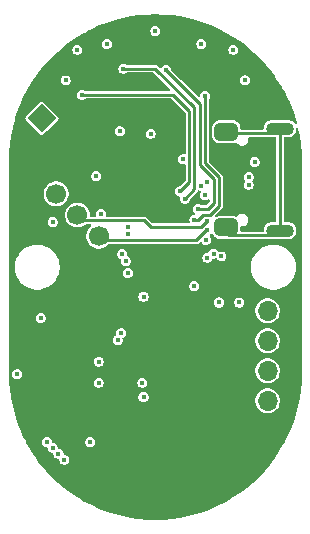
<source format=gbr>
%TF.GenerationSoftware,KiCad,Pcbnew,9.0.5*%
%TF.CreationDate,2025-11-12T12:14:19+01:00*%
%TF.ProjectId,Control board,436f6e74-726f-46c2-9062-6f6172642e6b,rev?*%
%TF.SameCoordinates,Original*%
%TF.FileFunction,Copper,L3,Inr*%
%TF.FilePolarity,Positive*%
%FSLAX46Y46*%
G04 Gerber Fmt 4.6, Leading zero omitted, Abs format (unit mm)*
G04 Created by KiCad (PCBNEW 9.0.5) date 2025-11-12 12:14:19*
%MOMM*%
%LPD*%
G01*
G04 APERTURE LIST*
G04 Aperture macros list*
%AMRoundRect*
0 Rectangle with rounded corners*
0 $1 Rounding radius*
0 $2 $3 $4 $5 $6 $7 $8 $9 X,Y pos of 4 corners*
0 Add a 4 corners polygon primitive as box body*
4,1,4,$2,$3,$4,$5,$6,$7,$8,$9,$2,$3,0*
0 Add four circle primitives for the rounded corners*
1,1,$1+$1,$2,$3*
1,1,$1+$1,$4,$5*
1,1,$1+$1,$6,$7*
1,1,$1+$1,$8,$9*
0 Add four rect primitives between the rounded corners*
20,1,$1+$1,$2,$3,$4,$5,0*
20,1,$1+$1,$4,$5,$6,$7,0*
20,1,$1+$1,$6,$7,$8,$9,0*
20,1,$1+$1,$8,$9,$2,$3,0*%
%AMHorizOval*
0 Thick line with rounded ends*
0 $1 width*
0 $2 $3 position (X,Y) of the first rounded end (center of the circle)*
0 $4 $5 position (X,Y) of the second rounded end (center of the circle)*
0 Add line between two ends*
20,1,$1,$2,$3,$4,$5,0*
0 Add two circle primitives to create the rounded ends*
1,1,$1,$2,$3*
1,1,$1,$4,$5*%
%AMRotRect*
0 Rectangle, with rotation*
0 The origin of the aperture is its center*
0 $1 length*
0 $2 width*
0 $3 Rotation angle, in degrees counterclockwise*
0 Add horizontal line*
21,1,$1,$2,0,0,$3*%
G04 Aperture macros list end*
%TA.AperFunction,ComponentPad*%
%ADD10RoundRect,0.400000X0.750000X-0.100000X0.750000X0.100000X-0.750000X0.100000X-0.750000X-0.100000X0*%
%TD*%
%TA.AperFunction,ComponentPad*%
%ADD11RoundRect,0.450000X0.550000X-0.320000X0.550000X0.320000X-0.550000X0.320000X-0.550000X-0.320000X0*%
%TD*%
%TA.AperFunction,ComponentPad*%
%ADD12RotRect,1.700000X1.700000X225.000000*%
%TD*%
%TA.AperFunction,ComponentPad*%
%ADD13HorizOval,1.700000X0.000000X0.000000X0.000000X0.000000X0*%
%TD*%
%TA.AperFunction,ComponentPad*%
%ADD14R,1.700000X1.700000*%
%TD*%
%TA.AperFunction,ComponentPad*%
%ADD15O,1.700000X1.700000*%
%TD*%
%TA.AperFunction,ViaPad*%
%ADD16C,0.450000*%
%TD*%
%TA.AperFunction,ViaPad*%
%ADD17C,0.800000*%
%TD*%
%TA.AperFunction,Conductor*%
%ADD18C,0.250000*%
%TD*%
G04 APERTURE END LIST*
D10*
%TO.N,Net-(J1-SHIELD)*%
%TO.C,J1*%
X60550000Y-46920000D03*
D11*
X55999999Y-46650000D03*
X55999999Y-38550000D03*
D10*
X60550000Y-38280000D03*
%TD*%
D12*
%TO.N,GND*%
%TO.C,J3*%
X39812994Y-42000000D03*
D13*
%TO.N,+10V*%
X41609045Y-43796051D03*
%TO.N,Tx*%
X43405096Y-45592102D03*
%TO.N,Rx*%
X45201148Y-47388154D03*
%TD*%
D12*
%TO.N,+BATT*%
%TO.C,BT1*%
X40400000Y-37400000D03*
D13*
%TO.N,GND*%
X42196051Y-39196051D03*
%TD*%
D14*
%TO.N,GND*%
%TO.C,J2*%
X59500000Y-63854999D03*
D15*
%TO.N,+3.3V*%
X59500000Y-61314999D03*
%TO.N,~{RESET}*%
X59500000Y-58775000D03*
%TO.N,SWCLK*%
X59500000Y-56234999D03*
%TO.N,SWDIO*%
X59500000Y-53694999D03*
%TD*%
D16*
%TO.N,LED1*%
X52100000Y-43600000D03*
X43800000Y-35400000D03*
%TO.N,BTN1*%
X54925676Y-48861926D03*
%TO.N,+3.3V*%
X41800000Y-65800000D03*
X49600000Y-38700000D03*
X40825000Y-64825000D03*
X44500000Y-64800000D03*
X42300000Y-66300000D03*
X43400000Y-31600000D03*
X45000000Y-42300000D03*
X49000000Y-52500000D03*
X38300000Y-59073294D03*
X50000000Y-30000000D03*
X41300000Y-65300000D03*
X52333822Y-40875000D03*
X56600000Y-31600000D03*
D17*
%TO.N,GND*%
X43500000Y-67500000D03*
X50000000Y-37000000D03*
X61500000Y-41100000D03*
D16*
X47250000Y-44350000D03*
D17*
X51000000Y-70000000D03*
X52400000Y-62400000D03*
X51500000Y-57600000D03*
D16*
X46300000Y-49700000D03*
X44500000Y-51100000D03*
D17*
X40500000Y-34500000D03*
X45000000Y-32000000D03*
D16*
X57300000Y-54900000D03*
X51200000Y-52000000D03*
D17*
X43500000Y-65500000D03*
X45000000Y-39500000D03*
D16*
X51778439Y-43064065D03*
D17*
X56400000Y-62400000D03*
X54400000Y-62400000D03*
D16*
X50400000Y-53000000D03*
D17*
X39000000Y-55000000D03*
D16*
X52300000Y-42600000D03*
D17*
X50000000Y-70000000D03*
X55000000Y-51500000D03*
D16*
X46050000Y-41650000D03*
D17*
X59500000Y-36500000D03*
X54200000Y-57600000D03*
X43500000Y-66500000D03*
X55400000Y-62400000D03*
X49000000Y-70000000D03*
X55000000Y-32000000D03*
D16*
X50200000Y-55300000D03*
D17*
X53400000Y-62400000D03*
X39000000Y-53000000D03*
D16*
%TO.N,+BATT*%
X45200000Y-58000000D03*
%TO.N,BTN2*%
X54400000Y-49200000D03*
%TO.N,Net-(D2-K)*%
X42400000Y-34200000D03*
%TO.N,LED2*%
X52500000Y-44200000D03*
X47300000Y-33200000D03*
%TO.N,Net-(D3-K)*%
X45900000Y-31100000D03*
%TO.N,+10V*%
X41300000Y-46200000D03*
%TO.N,Net-(D4-K)*%
X53900000Y-31100000D03*
%TO.N,Net-(D5-K)*%
X57600000Y-34200000D03*
%TO.N,VBUS*%
X48900000Y-59800000D03*
X57100000Y-53000000D03*
%TO.N,LED3*%
X50900000Y-33300000D03*
X53600000Y-45100000D03*
%TO.N,LED4*%
X54200000Y-35500000D03*
X53300000Y-46000000D03*
%TO.N,USB_D+*%
X54381602Y-42802288D03*
X57900000Y-42375000D03*
%TO.N,USB_D-*%
X57900000Y-43025003D03*
X53835855Y-43106901D03*
%TO.N,Rx*%
X54402750Y-46900000D03*
%TO.N,Tx*%
X54400000Y-46100000D03*
%TO.N,Net-(J1-CC2)*%
X58400000Y-41100000D03*
%TO.N,Net-(J1-CC1)*%
X54200000Y-43900000D03*
%TO.N,PWREN*%
X49000000Y-61000000D03*
X53300000Y-51600000D03*
X47100000Y-55600000D03*
%TO.N,VBUS_S*%
X55400000Y-53000000D03*
X47700000Y-46574997D03*
%TO.N,Net-(U3-PA06)*%
X40300000Y-54300000D03*
X47700000Y-47200000D03*
%TO.N,AY*%
X47200000Y-48900000D03*
%TO.N,AX*%
X47500000Y-49500000D03*
%TO.N,CE*%
X45200000Y-59800000D03*
X47700000Y-50500000D03*
%TO.N,IO2*%
X47000000Y-38500000D03*
X55600000Y-49100000D03*
%TO.N,IO1*%
X54300000Y-47700000D03*
X45400000Y-45500000D03*
%TO.N,Net-(Q1-D)*%
X46800000Y-56200000D03*
%TD*%
D18*
%TO.N,Net-(J1-SHIELD)*%
X60550000Y-47320000D02*
X56269999Y-47320000D01*
X56269999Y-47320000D02*
X55999999Y-47050000D01*
X56269999Y-38680000D02*
X55999999Y-38950000D01*
X60550000Y-47320000D02*
X60550000Y-38680000D01*
X60550000Y-38680000D02*
X56269999Y-38680000D01*
%TO.N,LED1*%
X52883822Y-42816178D02*
X52883822Y-36783822D01*
X52100000Y-43600000D02*
X52883822Y-42816178D01*
X52883822Y-36783822D02*
X51500000Y-35400000D01*
X51500000Y-35400000D02*
X43800000Y-35400000D01*
%TO.N,LED2*%
X53284822Y-43415178D02*
X53284822Y-36484822D01*
X52500000Y-44200000D02*
X53284822Y-43415178D01*
X50000000Y-33200000D02*
X47300000Y-33200000D01*
X53284822Y-36484822D02*
X50000000Y-33200000D01*
%TO.N,LED3*%
X53799000Y-41399000D02*
X53799000Y-36199000D01*
X53799000Y-36199000D02*
X50900000Y-33300000D01*
X54926000Y-42526000D02*
X53799000Y-41399000D01*
X53600000Y-45100000D02*
X54443877Y-45100000D01*
X54926000Y-44617877D02*
X54926000Y-42526000D01*
X54443877Y-45100000D02*
X54926000Y-44617877D01*
%TO.N,LED4*%
X54200000Y-41200000D02*
X54200000Y-35500000D01*
X55400000Y-42400000D02*
X54200000Y-41200000D01*
X54626000Y-45574000D02*
X55400000Y-44800000D01*
X53600000Y-46000000D02*
X54026000Y-45574000D01*
X55400000Y-44800000D02*
X55400000Y-42400000D01*
X54026000Y-45574000D02*
X54626000Y-45574000D01*
X53300000Y-46000000D02*
X53600000Y-46000000D01*
%TO.N,Rx*%
X53474000Y-47726000D02*
X54300000Y-46900000D01*
X54300000Y-46900000D02*
X54402750Y-46900000D01*
X45201148Y-47601148D02*
X45326000Y-47726000D01*
X45201148Y-47388154D02*
X45201148Y-47601148D01*
X45326000Y-47726000D02*
X53474000Y-47726000D01*
%TO.N,Tx*%
X49048997Y-46048997D02*
X43648997Y-46048997D01*
X54400000Y-46100000D02*
X53900000Y-46600000D01*
X49600000Y-46600000D02*
X49048997Y-46048997D01*
X53900000Y-46600000D02*
X49600000Y-46600000D01*
X43648997Y-46048997D02*
X43405096Y-45805096D01*
X43405096Y-45805096D02*
X43405096Y-45592102D01*
%TD*%
%TA.AperFunction,Conductor*%
%TO.N,GND*%
G36*
X50692494Y-28619928D02*
G01*
X50697974Y-28620236D01*
X51385573Y-28678233D01*
X51391024Y-28678848D01*
X52074238Y-28775302D01*
X52079713Y-28776232D01*
X52756428Y-28910839D01*
X52761842Y-28912075D01*
X53429926Y-29084410D01*
X53435262Y-29085947D01*
X54092644Y-29295473D01*
X54097885Y-29297307D01*
X54233147Y-29348939D01*
X54742501Y-29543369D01*
X54747595Y-29545479D01*
X55377435Y-29827314D01*
X55382399Y-29829706D01*
X55995416Y-30146397D01*
X56000251Y-30149069D01*
X56594558Y-30499642D01*
X56599234Y-30502581D01*
X57172930Y-30885912D01*
X57177436Y-30889109D01*
X57383226Y-31043982D01*
X57728734Y-31304004D01*
X57733076Y-31307466D01*
X58260258Y-31752631D01*
X58264373Y-31756309D01*
X58375384Y-31861260D01*
X58765751Y-32230321D01*
X58769677Y-32234247D01*
X59051759Y-32532614D01*
X59243688Y-32735623D01*
X59247369Y-32739742D01*
X59349962Y-32861236D01*
X59692532Y-33266922D01*
X59695994Y-33271264D01*
X60110881Y-33822551D01*
X60114091Y-33827075D01*
X60253531Y-34035763D01*
X60497409Y-34400751D01*
X60500361Y-34405449D01*
X60614714Y-34599305D01*
X60850922Y-34999735D01*
X60853607Y-35004594D01*
X61024690Y-35335758D01*
X61170283Y-35617580D01*
X61172691Y-35622579D01*
X61360449Y-36042177D01*
X61454509Y-36252379D01*
X61456634Y-36257510D01*
X61702691Y-36902113D01*
X61704525Y-36907354D01*
X61914051Y-37564736D01*
X61915588Y-37570072D01*
X61959680Y-37740999D01*
X61955907Y-37802068D01*
X61916959Y-37849256D01*
X61857713Y-37864539D01*
X61800799Y-37842079D01*
X61785276Y-37825994D01*
X61728286Y-37751723D01*
X61728285Y-37751722D01*
X61728282Y-37751718D01*
X61728277Y-37751714D01*
X61728276Y-37751713D01*
X61602838Y-37655462D01*
X61456766Y-37594957D01*
X61456758Y-37594955D01*
X61339361Y-37579500D01*
X59760642Y-37579500D01*
X59760637Y-37579501D01*
X59643241Y-37594955D01*
X59643233Y-37594957D01*
X59497161Y-37655462D01*
X59497160Y-37655462D01*
X59371723Y-37751713D01*
X59371713Y-37751723D01*
X59275462Y-37877160D01*
X59275462Y-37877161D01*
X59214957Y-38023233D01*
X59214955Y-38023241D01*
X59201239Y-38127427D01*
X59199500Y-38140639D01*
X59199500Y-38243570D01*
X59199501Y-38255499D01*
X59180594Y-38313690D01*
X59131094Y-38349654D01*
X59100501Y-38354500D01*
X57299499Y-38354500D01*
X57241308Y-38335593D01*
X57205344Y-38286093D01*
X57200499Y-38255500D01*
X57200499Y-38164311D01*
X57200121Y-38159513D01*
X57197597Y-38127431D01*
X57151743Y-37969602D01*
X57068080Y-37828135D01*
X56951864Y-37711919D01*
X56810397Y-37628256D01*
X56652568Y-37582402D01*
X56652567Y-37582401D01*
X56652564Y-37582401D01*
X56629139Y-37580558D01*
X56615693Y-37579500D01*
X55384305Y-37579500D01*
X55371772Y-37580486D01*
X55347433Y-37582401D01*
X55347426Y-37582403D01*
X55189601Y-37628256D01*
X55048135Y-37711918D01*
X54931917Y-37828136D01*
X54848255Y-37969602D01*
X54802402Y-38127427D01*
X54802400Y-38127434D01*
X54799499Y-38164311D01*
X54799499Y-38935688D01*
X54802400Y-38972565D01*
X54802400Y-38972568D01*
X54802401Y-38972569D01*
X54848255Y-39130398D01*
X54931918Y-39271865D01*
X55048134Y-39388081D01*
X55189601Y-39471744D01*
X55347430Y-39517598D01*
X55384305Y-39520500D01*
X55384310Y-39520500D01*
X56615688Y-39520500D01*
X56615693Y-39520500D01*
X56652568Y-39517598D01*
X56810397Y-39471744D01*
X56810399Y-39471742D01*
X56812666Y-39471084D01*
X56873822Y-39473006D01*
X56922168Y-39510506D01*
X56926021Y-39516648D01*
X56929495Y-39522665D01*
X57027335Y-39620505D01*
X57147164Y-39689688D01*
X57280817Y-39725500D01*
X57280819Y-39725500D01*
X57419181Y-39725500D01*
X57419183Y-39725500D01*
X57552836Y-39689688D01*
X57672665Y-39620505D01*
X57770505Y-39522665D01*
X57839688Y-39402836D01*
X57875500Y-39269183D01*
X57875500Y-39130817D01*
X57875388Y-39130398D01*
X57875313Y-39130117D01*
X57875339Y-39129602D01*
X57874653Y-39124385D01*
X57875620Y-39124257D01*
X57878519Y-39069016D01*
X57917027Y-39021468D01*
X57970941Y-39005500D01*
X60125500Y-39005500D01*
X60183691Y-39024407D01*
X60219655Y-39073907D01*
X60224500Y-39104500D01*
X60224500Y-46120500D01*
X60205593Y-46178691D01*
X60156093Y-46214655D01*
X60125500Y-46219500D01*
X59760642Y-46219500D01*
X59760637Y-46219501D01*
X59643241Y-46234955D01*
X59643233Y-46234957D01*
X59497161Y-46295462D01*
X59497160Y-46295462D01*
X59371723Y-46391713D01*
X59371713Y-46391723D01*
X59275462Y-46517160D01*
X59275462Y-46517161D01*
X59214957Y-46663233D01*
X59214955Y-46663241D01*
X59204950Y-46739238D01*
X59199500Y-46780639D01*
X59199500Y-46887498D01*
X59199501Y-46895499D01*
X59180594Y-46953690D01*
X59131094Y-46989654D01*
X59100501Y-46994500D01*
X57299499Y-46994500D01*
X57241308Y-46975593D01*
X57205344Y-46926093D01*
X57200499Y-46895500D01*
X57200499Y-46624500D01*
X57219406Y-46566309D01*
X57268906Y-46530345D01*
X57299499Y-46525500D01*
X57419181Y-46525500D01*
X57419183Y-46525500D01*
X57552836Y-46489688D01*
X57672665Y-46420505D01*
X57770505Y-46322665D01*
X57839688Y-46202836D01*
X57875500Y-46069183D01*
X57875500Y-45930817D01*
X57839688Y-45797164D01*
X57770505Y-45677335D01*
X57672665Y-45579495D01*
X57552836Y-45510312D01*
X57419183Y-45474500D01*
X57280817Y-45474500D01*
X57147164Y-45510312D01*
X57027335Y-45579495D01*
X56929493Y-45677337D01*
X56926021Y-45683351D01*
X56880549Y-45724289D01*
X56819699Y-45730681D01*
X56812667Y-45728915D01*
X56652571Y-45682403D01*
X56652568Y-45682402D01*
X56652567Y-45682401D01*
X56652564Y-45682401D01*
X56629139Y-45680558D01*
X56615693Y-45679500D01*
X55384305Y-45679500D01*
X55371772Y-45680486D01*
X55347433Y-45682401D01*
X55347426Y-45682403D01*
X55196882Y-45726140D01*
X55135727Y-45724218D01*
X55087381Y-45686717D01*
X55070311Y-45627961D01*
X55091037Y-45570393D01*
X55099243Y-45561083D01*
X55660465Y-44999862D01*
X55703317Y-44925639D01*
X55703318Y-44925638D01*
X55725500Y-44842853D01*
X55725500Y-42357147D01*
X55724316Y-42352727D01*
X55715274Y-42318982D01*
X57474500Y-42318982D01*
X57474500Y-42431018D01*
X57482749Y-42461803D01*
X57503498Y-42539241D01*
X57559512Y-42636259D01*
X57562181Y-42639737D01*
X57582602Y-42697414D01*
X57565222Y-42756079D01*
X57562184Y-42760261D01*
X57559514Y-42763740D01*
X57503498Y-42860761D01*
X57503497Y-42860766D01*
X57474500Y-42968985D01*
X57474500Y-43081021D01*
X57497600Y-43167232D01*
X57503498Y-43189244D01*
X57554009Y-43276730D01*
X57559515Y-43286266D01*
X57638737Y-43365488D01*
X57638739Y-43365489D01*
X57735759Y-43421504D01*
X57735757Y-43421504D01*
X57735761Y-43421505D01*
X57735763Y-43421506D01*
X57843982Y-43450503D01*
X57843984Y-43450503D01*
X57956016Y-43450503D01*
X57956018Y-43450503D01*
X58064237Y-43421506D01*
X58064239Y-43421504D01*
X58064241Y-43421504D01*
X58123601Y-43387232D01*
X58161263Y-43365488D01*
X58240485Y-43286266D01*
X58296503Y-43189240D01*
X58325500Y-43081021D01*
X58325500Y-42968985D01*
X58296503Y-42860766D01*
X58296501Y-42860763D01*
X58296501Y-42860761D01*
X58240487Y-42763743D01*
X58237819Y-42760266D01*
X58217397Y-42702590D01*
X58234776Y-42643925D01*
X58237826Y-42639727D01*
X58240479Y-42636268D01*
X58240485Y-42636263D01*
X58262690Y-42597803D01*
X58296501Y-42539241D01*
X58296501Y-42539239D01*
X58296503Y-42539237D01*
X58325500Y-42431018D01*
X58325500Y-42318982D01*
X58296503Y-42210763D01*
X58296501Y-42210760D01*
X58296501Y-42210758D01*
X58240486Y-42113739D01*
X58240485Y-42113737D01*
X58161263Y-42034515D01*
X58161260Y-42034513D01*
X58064240Y-41978498D01*
X58064242Y-41978498D01*
X58022251Y-41967247D01*
X57956018Y-41949500D01*
X57843982Y-41949500D01*
X57777748Y-41967247D01*
X57735758Y-41978498D01*
X57638739Y-42034513D01*
X57559513Y-42113739D01*
X57503498Y-42210758D01*
X57503497Y-42210763D01*
X57474500Y-42318982D01*
X55715274Y-42318982D01*
X55703318Y-42274361D01*
X55699454Y-42267668D01*
X55660468Y-42200142D01*
X55660467Y-42200141D01*
X55660466Y-42200140D01*
X55660465Y-42200138D01*
X54554496Y-41094169D01*
X54528925Y-41043982D01*
X57974500Y-41043982D01*
X57974500Y-41156018D01*
X57990434Y-41215485D01*
X58003498Y-41264241D01*
X58024433Y-41300500D01*
X58059515Y-41361263D01*
X58138737Y-41440485D01*
X58138739Y-41440486D01*
X58235759Y-41496501D01*
X58235757Y-41496501D01*
X58235761Y-41496502D01*
X58235763Y-41496503D01*
X58343982Y-41525500D01*
X58343984Y-41525500D01*
X58456016Y-41525500D01*
X58456018Y-41525500D01*
X58564237Y-41496503D01*
X58564239Y-41496501D01*
X58564241Y-41496501D01*
X58593064Y-41479859D01*
X58661263Y-41440485D01*
X58740485Y-41361263D01*
X58796503Y-41264237D01*
X58825500Y-41156018D01*
X58825500Y-41043982D01*
X58796503Y-40935763D01*
X58796501Y-40935760D01*
X58796501Y-40935758D01*
X58740486Y-40838739D01*
X58740485Y-40838737D01*
X58661263Y-40759515D01*
X58661260Y-40759513D01*
X58564240Y-40703498D01*
X58564242Y-40703498D01*
X58522251Y-40692247D01*
X58456018Y-40674500D01*
X58343982Y-40674500D01*
X58277748Y-40692247D01*
X58235758Y-40703498D01*
X58138739Y-40759513D01*
X58059513Y-40838739D01*
X58003498Y-40935758D01*
X58003497Y-40935763D01*
X57974500Y-41043982D01*
X54528925Y-41043982D01*
X54526719Y-41039652D01*
X54525500Y-41024165D01*
X54525500Y-35813744D01*
X54538764Y-35764244D01*
X54596501Y-35664241D01*
X54596501Y-35664239D01*
X54596503Y-35664237D01*
X54625500Y-35556018D01*
X54625500Y-35443982D01*
X54596503Y-35335763D01*
X54596501Y-35335760D01*
X54596501Y-35335758D01*
X54540486Y-35238739D01*
X54540485Y-35238737D01*
X54461263Y-35159515D01*
X54461260Y-35159513D01*
X54364240Y-35103498D01*
X54364242Y-35103498D01*
X54322251Y-35092247D01*
X54256018Y-35074500D01*
X54143982Y-35074500D01*
X54077748Y-35092247D01*
X54035758Y-35103498D01*
X53938739Y-35159513D01*
X53859513Y-35238739D01*
X53803498Y-35335758D01*
X53774500Y-35443983D01*
X53774500Y-35475165D01*
X53755593Y-35533356D01*
X53706093Y-35569320D01*
X53644907Y-35569320D01*
X53605496Y-35545169D01*
X52204309Y-34143982D01*
X57174500Y-34143982D01*
X57174500Y-34256018D01*
X57200072Y-34351455D01*
X57203498Y-34364241D01*
X57259513Y-34461260D01*
X57259515Y-34461263D01*
X57338737Y-34540485D01*
X57338739Y-34540486D01*
X57435759Y-34596501D01*
X57435757Y-34596501D01*
X57435761Y-34596502D01*
X57435763Y-34596503D01*
X57543982Y-34625500D01*
X57543984Y-34625500D01*
X57656016Y-34625500D01*
X57656018Y-34625500D01*
X57764237Y-34596503D01*
X57764239Y-34596501D01*
X57764241Y-34596501D01*
X57793064Y-34579859D01*
X57861263Y-34540485D01*
X57940485Y-34461263D01*
X57996503Y-34364237D01*
X58025500Y-34256018D01*
X58025500Y-34143982D01*
X57996503Y-34035763D01*
X57996501Y-34035760D01*
X57996501Y-34035758D01*
X57940486Y-33938739D01*
X57940485Y-33938737D01*
X57861263Y-33859515D01*
X57861260Y-33859513D01*
X57764240Y-33803498D01*
X57764242Y-33803498D01*
X57722251Y-33792247D01*
X57656018Y-33774500D01*
X57543982Y-33774500D01*
X57477748Y-33792247D01*
X57435758Y-33803498D01*
X57338739Y-33859513D01*
X57259513Y-33938739D01*
X57203498Y-34035758D01*
X57203497Y-34035763D01*
X57174500Y-34143982D01*
X52204309Y-34143982D01*
X51352012Y-33291685D01*
X51326389Y-33247303D01*
X51325500Y-33243985D01*
X51325500Y-33243982D01*
X51296503Y-33135763D01*
X51271307Y-33092123D01*
X51240486Y-33038739D01*
X51240485Y-33038737D01*
X51161263Y-32959515D01*
X51126650Y-32939531D01*
X51064240Y-32903498D01*
X51064242Y-32903498D01*
X51022251Y-32892247D01*
X50956018Y-32874500D01*
X50843982Y-32874500D01*
X50777748Y-32892247D01*
X50735758Y-32903498D01*
X50638739Y-32959513D01*
X50559515Y-33038737D01*
X50528692Y-33092123D01*
X50483221Y-33133063D01*
X50422371Y-33139457D01*
X50372953Y-33112625D01*
X50199862Y-32939535D01*
X50199857Y-32939531D01*
X50125642Y-32896683D01*
X50125644Y-32896683D01*
X50093521Y-32888076D01*
X50042853Y-32874500D01*
X50042851Y-32874500D01*
X47613744Y-32874500D01*
X47564244Y-32861236D01*
X47464240Y-32803498D01*
X47464242Y-32803498D01*
X47422251Y-32792247D01*
X47356018Y-32774500D01*
X47243982Y-32774500D01*
X47177748Y-32792247D01*
X47135758Y-32803498D01*
X47038739Y-32859513D01*
X46959513Y-32938739D01*
X46903498Y-33035758D01*
X46888395Y-33092123D01*
X46874500Y-33143982D01*
X46874500Y-33256018D01*
X46884057Y-33291685D01*
X46903498Y-33364241D01*
X46959513Y-33461260D01*
X46959515Y-33461263D01*
X47038737Y-33540485D01*
X47038739Y-33540486D01*
X47135759Y-33596501D01*
X47135757Y-33596501D01*
X47135761Y-33596502D01*
X47135763Y-33596503D01*
X47243982Y-33625500D01*
X47243984Y-33625500D01*
X47356016Y-33625500D01*
X47356018Y-33625500D01*
X47464237Y-33596503D01*
X47464239Y-33596501D01*
X47464241Y-33596501D01*
X47564244Y-33538764D01*
X47613744Y-33525500D01*
X49824165Y-33525500D01*
X49882356Y-33544407D01*
X49894169Y-33554496D01*
X50595691Y-34256018D01*
X51245170Y-34905496D01*
X51272947Y-34960013D01*
X51263376Y-35020445D01*
X51220111Y-35063710D01*
X51175166Y-35074500D01*
X44113744Y-35074500D01*
X44064244Y-35061236D01*
X43964240Y-35003498D01*
X43964242Y-35003498D01*
X43922251Y-34992247D01*
X43856018Y-34974500D01*
X43743982Y-34974500D01*
X43677748Y-34992247D01*
X43635758Y-35003498D01*
X43538739Y-35059513D01*
X43459513Y-35138739D01*
X43403498Y-35235758D01*
X43387286Y-35296263D01*
X43374500Y-35343982D01*
X43374500Y-35456018D01*
X43395223Y-35533356D01*
X43403498Y-35564241D01*
X43459513Y-35661260D01*
X43459515Y-35661263D01*
X43538737Y-35740485D01*
X43538739Y-35740486D01*
X43635759Y-35796501D01*
X43635757Y-35796501D01*
X43635761Y-35796502D01*
X43635763Y-35796503D01*
X43743982Y-35825500D01*
X43743984Y-35825500D01*
X43856016Y-35825500D01*
X43856018Y-35825500D01*
X43964237Y-35796503D01*
X43964239Y-35796501D01*
X43964241Y-35796501D01*
X44064244Y-35738764D01*
X44113744Y-35725500D01*
X51324165Y-35725500D01*
X51382356Y-35744407D01*
X51394169Y-35754496D01*
X52529326Y-36889652D01*
X52557103Y-36944169D01*
X52558322Y-36959656D01*
X52558322Y-40365625D01*
X52539415Y-40423816D01*
X52489915Y-40459780D01*
X52433700Y-40461252D01*
X52416486Y-40456639D01*
X52389840Y-40449500D01*
X52277804Y-40449500D01*
X52233945Y-40461252D01*
X52169580Y-40478498D01*
X52072561Y-40534513D01*
X51993335Y-40613739D01*
X51937320Y-40710758D01*
X51924256Y-40759515D01*
X51908322Y-40818982D01*
X51908322Y-40931018D01*
X51933894Y-41026455D01*
X51937320Y-41039241D01*
X51993335Y-41136260D01*
X51993337Y-41136263D01*
X52072559Y-41215485D01*
X52072561Y-41215486D01*
X52169581Y-41271501D01*
X52169579Y-41271501D01*
X52169583Y-41271502D01*
X52169585Y-41271503D01*
X52277804Y-41300500D01*
X52277806Y-41300500D01*
X52389839Y-41300500D01*
X52389840Y-41300500D01*
X52433699Y-41288748D01*
X52494800Y-41291949D01*
X52542350Y-41330454D01*
X52558322Y-41384374D01*
X52558322Y-42640343D01*
X52539415Y-42698534D01*
X52529325Y-42710347D01*
X52091684Y-43147987D01*
X52047304Y-43173610D01*
X51935758Y-43203498D01*
X51838739Y-43259513D01*
X51759513Y-43338739D01*
X51703498Y-43435758D01*
X51692941Y-43475157D01*
X51674500Y-43543982D01*
X51674500Y-43656018D01*
X51699864Y-43750680D01*
X51703498Y-43764241D01*
X51749538Y-43843983D01*
X51759515Y-43861263D01*
X51838737Y-43940485D01*
X51865641Y-43956018D01*
X51935759Y-43996501D01*
X51935763Y-43996503D01*
X52006450Y-44015443D01*
X52057763Y-44048766D01*
X52079690Y-44105887D01*
X52076454Y-44136686D01*
X52074500Y-44143977D01*
X52074500Y-44143982D01*
X52074500Y-44256018D01*
X52085348Y-44296503D01*
X52103498Y-44364241D01*
X52159513Y-44461260D01*
X52159515Y-44461263D01*
X52238737Y-44540485D01*
X52238739Y-44540486D01*
X52335759Y-44596501D01*
X52335757Y-44596501D01*
X52335761Y-44596502D01*
X52335763Y-44596503D01*
X52443982Y-44625500D01*
X52443984Y-44625500D01*
X52556016Y-44625500D01*
X52556018Y-44625500D01*
X52664237Y-44596503D01*
X52664239Y-44596501D01*
X52664241Y-44596501D01*
X52693064Y-44579859D01*
X52761263Y-44540485D01*
X52840485Y-44461263D01*
X52896503Y-44364237D01*
X52925500Y-44256018D01*
X52925500Y-44256013D01*
X52926389Y-44252696D01*
X52952010Y-44208316D01*
X53545287Y-43615040D01*
X53580048Y-43554831D01*
X53582055Y-43553024D01*
X53582755Y-43550414D01*
X53604613Y-43532713D01*
X53625517Y-43513892D01*
X53628205Y-43513609D01*
X53630305Y-43511909D01*
X53658388Y-43510436D01*
X53686367Y-43507496D01*
X53691400Y-43508704D01*
X53777385Y-43531744D01*
X53828699Y-43565067D01*
X53850626Y-43622188D01*
X53837499Y-43676870D01*
X53803497Y-43735761D01*
X53799500Y-43750680D01*
X53774500Y-43843982D01*
X53774500Y-43956018D01*
X53799352Y-44048766D01*
X53803498Y-44064241D01*
X53859513Y-44161260D01*
X53859515Y-44161263D01*
X53938737Y-44240485D01*
X53965641Y-44256018D01*
X54035759Y-44296501D01*
X54035757Y-44296501D01*
X54035761Y-44296502D01*
X54035763Y-44296503D01*
X54143982Y-44325500D01*
X54143984Y-44325500D01*
X54256016Y-44325500D01*
X54256018Y-44325500D01*
X54364237Y-44296503D01*
X54452000Y-44245832D01*
X54462346Y-44243633D01*
X54470907Y-44237414D01*
X54491605Y-44237414D01*
X54511848Y-44233111D01*
X54521513Y-44237414D01*
X54532093Y-44237414D01*
X54548837Y-44249579D01*
X54567743Y-44257997D01*
X54573032Y-44267158D01*
X54581593Y-44273378D01*
X54587989Y-44293064D01*
X54598336Y-44310985D01*
X54600500Y-44331569D01*
X54600500Y-44442042D01*
X54581593Y-44500233D01*
X54571504Y-44512046D01*
X54338046Y-44745504D01*
X54283529Y-44773281D01*
X54268042Y-44774500D01*
X53913744Y-44774500D01*
X53864244Y-44761236D01*
X53764240Y-44703498D01*
X53764242Y-44703498D01*
X53722251Y-44692247D01*
X53656018Y-44674500D01*
X53543982Y-44674500D01*
X53477748Y-44692247D01*
X53435758Y-44703498D01*
X53338739Y-44759513D01*
X53259513Y-44838739D01*
X53203498Y-44935758D01*
X53203497Y-44935763D01*
X53174500Y-45043982D01*
X53174500Y-45156018D01*
X53196664Y-45238737D01*
X53203498Y-45264241D01*
X53259513Y-45361260D01*
X53259515Y-45361263D01*
X53304186Y-45405934D01*
X53331962Y-45460449D01*
X53322391Y-45520881D01*
X53279126Y-45564146D01*
X53247105Y-45574089D01*
X53243984Y-45574499D01*
X53135758Y-45603498D01*
X53038739Y-45659513D01*
X52959513Y-45738739D01*
X52903498Y-45835758D01*
X52903497Y-45835763D01*
X52874500Y-45943982D01*
X52874500Y-46056018D01*
X52899649Y-46149879D01*
X52896447Y-46210978D01*
X52857942Y-46258528D01*
X52804023Y-46274500D01*
X49775835Y-46274500D01*
X49717644Y-46255593D01*
X49705832Y-46245504D01*
X49248859Y-45788532D01*
X49248854Y-45788528D01*
X49174639Y-45745680D01*
X49174641Y-45745680D01*
X49142518Y-45737073D01*
X49091850Y-45723497D01*
X49091848Y-45723497D01*
X45909643Y-45723497D01*
X45851452Y-45704590D01*
X45815488Y-45655090D01*
X45814016Y-45598876D01*
X45825500Y-45556018D01*
X45825500Y-45443982D01*
X45796503Y-45335763D01*
X45796501Y-45335760D01*
X45796501Y-45335758D01*
X45740486Y-45238739D01*
X45740485Y-45238737D01*
X45661263Y-45159515D01*
X45661260Y-45159513D01*
X45564240Y-45103498D01*
X45564242Y-45103498D01*
X45522251Y-45092247D01*
X45456018Y-45074500D01*
X45343982Y-45074500D01*
X45277748Y-45092247D01*
X45235758Y-45103498D01*
X45138739Y-45159513D01*
X45059513Y-45238739D01*
X45003498Y-45335758D01*
X45003497Y-45335763D01*
X44974500Y-45443982D01*
X44974500Y-45556018D01*
X44985983Y-45598876D01*
X44982782Y-45659975D01*
X44944277Y-45707525D01*
X44890357Y-45723497D01*
X44554596Y-45723497D01*
X44496405Y-45704590D01*
X44460441Y-45655090D01*
X44455596Y-45624497D01*
X44455596Y-45488638D01*
X44455595Y-45488634D01*
X44446713Y-45443983D01*
X44415226Y-45285682D01*
X44336037Y-45094504D01*
X44221073Y-44922447D01*
X44074751Y-44776125D01*
X44052468Y-44761236D01*
X43902693Y-44661160D01*
X43711514Y-44581971D01*
X43508563Y-44541602D01*
X43508561Y-44541602D01*
X43301631Y-44541602D01*
X43301628Y-44541602D01*
X43098677Y-44581971D01*
X42907498Y-44661160D01*
X42735444Y-44776122D01*
X42589116Y-44922450D01*
X42474154Y-45094504D01*
X42394965Y-45285683D01*
X42354596Y-45488634D01*
X42354596Y-45695569D01*
X42394965Y-45898520D01*
X42474154Y-46089699D01*
X42571211Y-46234956D01*
X42589119Y-46261757D01*
X42735441Y-46408079D01*
X42907498Y-46523043D01*
X43098676Y-46602232D01*
X43301631Y-46642602D01*
X43301632Y-46642602D01*
X43508560Y-46642602D01*
X43508561Y-46642602D01*
X43711516Y-46602232D01*
X43902694Y-46523043D01*
X44074751Y-46408079D01*
X44079338Y-46403491D01*
X44133853Y-46375716D01*
X44149340Y-46374497D01*
X44500983Y-46374497D01*
X44559174Y-46393404D01*
X44595138Y-46442904D01*
X44595138Y-46504090D01*
X44559174Y-46553590D01*
X44555984Y-46555813D01*
X44531496Y-46572174D01*
X44385168Y-46718502D01*
X44270206Y-46890556D01*
X44191017Y-47081735D01*
X44150648Y-47284686D01*
X44150648Y-47491621D01*
X44191017Y-47694572D01*
X44270206Y-47885751D01*
X44373596Y-48040486D01*
X44385171Y-48057809D01*
X44531493Y-48204131D01*
X44703550Y-48319095D01*
X44894728Y-48398284D01*
X45097683Y-48438654D01*
X45097684Y-48438654D01*
X45304612Y-48438654D01*
X45304613Y-48438654D01*
X45507568Y-48398284D01*
X45698746Y-48319095D01*
X45870803Y-48204131D01*
X45994439Y-48080494D01*
X46048954Y-48052719D01*
X46064441Y-48051500D01*
X53516851Y-48051500D01*
X53516853Y-48051500D01*
X53599639Y-48029318D01*
X53599641Y-48029316D01*
X53599643Y-48029316D01*
X53673857Y-47986468D01*
X53673857Y-47986467D01*
X53673862Y-47986465D01*
X53772953Y-47887373D01*
X53827469Y-47859596D01*
X53887901Y-47869167D01*
X53928692Y-47907877D01*
X53959513Y-47961260D01*
X53959515Y-47961263D01*
X54038737Y-48040485D01*
X54038739Y-48040486D01*
X54135759Y-48096501D01*
X54135757Y-48096501D01*
X54135761Y-48096502D01*
X54135763Y-48096503D01*
X54243982Y-48125500D01*
X54243984Y-48125500D01*
X54356016Y-48125500D01*
X54356018Y-48125500D01*
X54464237Y-48096503D01*
X54464239Y-48096501D01*
X54464241Y-48096501D01*
X54493064Y-48079859D01*
X54561263Y-48040485D01*
X54640485Y-47961263D01*
X54696503Y-47864237D01*
X54725500Y-47756018D01*
X54725500Y-47643982D01*
X54696503Y-47535763D01*
X54696501Y-47535760D01*
X54696501Y-47535758D01*
X54640486Y-47438739D01*
X54640485Y-47438737D01*
X54614637Y-47412889D01*
X54604903Y-47393783D01*
X54591675Y-47376915D01*
X54591315Y-47367114D01*
X54586862Y-47358375D01*
X54590216Y-47337197D01*
X54589429Y-47315771D01*
X54594674Y-47309044D01*
X54596433Y-47297943D01*
X54623552Y-47264985D01*
X54629062Y-47260663D01*
X54664013Y-47240485D01*
X54697509Y-47206988D01*
X54702199Y-47203311D01*
X54725596Y-47194747D01*
X54747802Y-47183433D01*
X54753879Y-47184395D01*
X54759657Y-47182281D01*
X54783620Y-47189105D01*
X54808234Y-47193004D01*
X54812990Y-47197470D01*
X54818502Y-47199040D01*
X54829229Y-47212720D01*
X54848503Y-47230819D01*
X54931915Y-47371861D01*
X54931916Y-47371862D01*
X54931918Y-47371865D01*
X55048134Y-47488081D01*
X55189601Y-47571744D01*
X55347430Y-47617598D01*
X55384305Y-47620500D01*
X56120811Y-47620500D01*
X56133205Y-47621279D01*
X56142961Y-47622510D01*
X56144361Y-47623318D01*
X56227146Y-47645501D01*
X56312852Y-47645501D01*
X56312856Y-47645500D01*
X60507147Y-47645500D01*
X60592853Y-47645500D01*
X60673572Y-47623871D01*
X60699191Y-47620499D01*
X61339358Y-47620499D01*
X61339360Y-47620499D01*
X61456762Y-47605044D01*
X61602841Y-47544536D01*
X61728282Y-47448282D01*
X61824536Y-47322841D01*
X61885044Y-47176762D01*
X61900500Y-47059361D01*
X61900499Y-46780640D01*
X61885044Y-46663238D01*
X61868998Y-46624500D01*
X61824537Y-46517161D01*
X61824537Y-46517160D01*
X61728286Y-46391723D01*
X61728285Y-46391722D01*
X61728282Y-46391718D01*
X61728277Y-46391714D01*
X61728276Y-46391713D01*
X61602838Y-46295462D01*
X61456766Y-46234957D01*
X61456758Y-46234955D01*
X61339362Y-46219500D01*
X61339361Y-46219500D01*
X60974500Y-46219500D01*
X60916309Y-46200593D01*
X60880345Y-46151093D01*
X60875500Y-46120500D01*
X60875500Y-39079499D01*
X60894407Y-39021308D01*
X60943907Y-38985344D01*
X60974500Y-38980499D01*
X61339358Y-38980499D01*
X61339360Y-38980499D01*
X61456762Y-38965044D01*
X61602841Y-38904536D01*
X61728282Y-38808282D01*
X61824536Y-38682841D01*
X61885044Y-38536762D01*
X61900500Y-38419361D01*
X61900499Y-38300275D01*
X61919406Y-38242086D01*
X61968906Y-38206122D01*
X62030091Y-38206121D01*
X62079591Y-38242085D01*
X62096597Y-38280962D01*
X62223766Y-38920285D01*
X62224696Y-38925760D01*
X62321146Y-39608940D01*
X62321768Y-39614458D01*
X62379760Y-40301992D01*
X62380071Y-40307536D01*
X62399461Y-40998610D01*
X62399500Y-41001387D01*
X62399500Y-58998613D01*
X62399461Y-59001390D01*
X62380071Y-59692464D01*
X62379760Y-59698008D01*
X62321768Y-60385542D01*
X62321146Y-60391060D01*
X62224696Y-61074239D01*
X62223766Y-61079714D01*
X62089159Y-61756429D01*
X62087923Y-61761843D01*
X61915588Y-62429928D01*
X61914051Y-62435264D01*
X61704525Y-63092645D01*
X61702691Y-63097886D01*
X61456634Y-63742489D01*
X61454509Y-63747620D01*
X61172693Y-64377416D01*
X61170283Y-64382419D01*
X60853607Y-64995405D01*
X60850921Y-65000265D01*
X60500364Y-65594547D01*
X60497409Y-65599249D01*
X60114094Y-66172920D01*
X60110881Y-66177449D01*
X59695994Y-66728736D01*
X59692532Y-66733078D01*
X59247379Y-67260246D01*
X59243678Y-67264387D01*
X58769678Y-67765753D01*
X58765752Y-67769679D01*
X58264386Y-68243679D01*
X58260245Y-68247380D01*
X57733077Y-68692533D01*
X57728735Y-68695995D01*
X57177448Y-69110882D01*
X57172919Y-69114095D01*
X56599248Y-69497410D01*
X56594546Y-69500365D01*
X56000264Y-69850922D01*
X55995404Y-69853608D01*
X55382418Y-70170284D01*
X55377415Y-70172694D01*
X54747619Y-70454510D01*
X54742488Y-70456635D01*
X54097885Y-70702692D01*
X54092644Y-70704526D01*
X53435263Y-70914052D01*
X53429927Y-70915589D01*
X52761842Y-71087924D01*
X52756428Y-71089160D01*
X52079713Y-71223767D01*
X52074238Y-71224697D01*
X51391059Y-71321147D01*
X51385541Y-71321769D01*
X50698007Y-71379761D01*
X50692463Y-71380072D01*
X50002777Y-71399423D01*
X49997223Y-71399423D01*
X49307536Y-71380072D01*
X49301992Y-71379761D01*
X48614458Y-71321769D01*
X48608942Y-71321147D01*
X48544378Y-71312032D01*
X47925761Y-71224697D01*
X47920286Y-71223767D01*
X47243571Y-71089160D01*
X47238157Y-71087924D01*
X46570072Y-70915589D01*
X46564736Y-70914052D01*
X45907355Y-70704526D01*
X45902114Y-70702692D01*
X45257511Y-70456635D01*
X45252387Y-70454512D01*
X44622580Y-70172692D01*
X44617581Y-70170284D01*
X44004595Y-69853608D01*
X43999735Y-69850922D01*
X43546134Y-69583350D01*
X43405449Y-69500362D01*
X43400751Y-69497410D01*
X42860584Y-69136482D01*
X42827075Y-69114092D01*
X42822551Y-69110882D01*
X42271264Y-68695995D01*
X42266922Y-68692533D01*
X42119568Y-68568104D01*
X41739743Y-68247370D01*
X41735624Y-68243688D01*
X41533141Y-68052258D01*
X41234247Y-67769679D01*
X41230321Y-67765753D01*
X40965973Y-67486143D01*
X40756310Y-67264374D01*
X40752632Y-67260259D01*
X40307467Y-66733078D01*
X40304005Y-66728736D01*
X40104949Y-66464237D01*
X39889110Y-66177438D01*
X39885905Y-66172920D01*
X39502582Y-65599236D01*
X39499643Y-65594560D01*
X39149077Y-65000264D01*
X39146392Y-64995405D01*
X39083931Y-64874500D01*
X39029419Y-64768982D01*
X40399500Y-64768982D01*
X40399500Y-64881018D01*
X40420533Y-64959513D01*
X40428498Y-64989241D01*
X40470081Y-65061263D01*
X40484515Y-65086263D01*
X40563737Y-65165485D01*
X40563739Y-65165486D01*
X40660759Y-65221501D01*
X40660757Y-65221501D01*
X40660761Y-65221502D01*
X40660763Y-65221503D01*
X40768982Y-65250500D01*
X40775500Y-65250500D01*
X40833691Y-65269407D01*
X40869655Y-65318907D01*
X40874500Y-65349500D01*
X40874500Y-65356018D01*
X40881265Y-65381264D01*
X40903498Y-65464241D01*
X40959513Y-65561260D01*
X40959515Y-65561263D01*
X41038737Y-65640485D01*
X41038739Y-65640486D01*
X41135759Y-65696501D01*
X41135757Y-65696501D01*
X41135761Y-65696502D01*
X41135763Y-65696503D01*
X41243982Y-65725500D01*
X41243984Y-65725500D01*
X41275500Y-65725500D01*
X41333691Y-65744407D01*
X41369655Y-65793907D01*
X41374500Y-65824500D01*
X41374500Y-65856018D01*
X41381265Y-65881264D01*
X41403498Y-65964241D01*
X41459513Y-66061260D01*
X41459515Y-66061263D01*
X41538737Y-66140485D01*
X41538739Y-66140486D01*
X41635759Y-66196501D01*
X41635757Y-66196501D01*
X41635761Y-66196502D01*
X41635763Y-66196503D01*
X41743982Y-66225500D01*
X41743984Y-66225500D01*
X41775500Y-66225500D01*
X41833691Y-66244407D01*
X41869655Y-66293907D01*
X41874500Y-66324500D01*
X41874500Y-66356018D01*
X41900072Y-66451455D01*
X41903498Y-66464241D01*
X41959513Y-66561260D01*
X41959515Y-66561263D01*
X42038737Y-66640485D01*
X42038739Y-66640486D01*
X42135759Y-66696501D01*
X42135757Y-66696501D01*
X42135761Y-66696502D01*
X42135763Y-66696503D01*
X42243982Y-66725500D01*
X42243984Y-66725500D01*
X42356016Y-66725500D01*
X42356018Y-66725500D01*
X42464237Y-66696503D01*
X42464239Y-66696501D01*
X42464241Y-66696501D01*
X42493064Y-66679859D01*
X42561263Y-66640485D01*
X42640485Y-66561263D01*
X42696503Y-66464237D01*
X42725500Y-66356018D01*
X42725500Y-66243982D01*
X42696503Y-66135763D01*
X42696501Y-66135760D01*
X42696501Y-66135758D01*
X42640486Y-66038739D01*
X42640485Y-66038737D01*
X42561263Y-65959515D01*
X42561260Y-65959513D01*
X42464240Y-65903498D01*
X42464242Y-65903498D01*
X42422251Y-65892247D01*
X42356018Y-65874500D01*
X42324500Y-65874500D01*
X42266309Y-65855593D01*
X42230345Y-65806093D01*
X42225500Y-65775500D01*
X42225500Y-65743983D01*
X42225500Y-65743982D01*
X42196503Y-65635763D01*
X42196501Y-65635760D01*
X42196501Y-65635758D01*
X42140486Y-65538739D01*
X42140485Y-65538737D01*
X42061263Y-65459515D01*
X42061260Y-65459513D01*
X41964240Y-65403498D01*
X41964242Y-65403498D01*
X41922251Y-65392247D01*
X41856018Y-65374500D01*
X41824500Y-65374500D01*
X41766309Y-65355593D01*
X41730345Y-65306093D01*
X41725500Y-65275500D01*
X41725500Y-65243983D01*
X41725500Y-65243982D01*
X41696503Y-65135763D01*
X41696501Y-65135760D01*
X41696501Y-65135758D01*
X41640486Y-65038739D01*
X41640485Y-65038737D01*
X41561263Y-64959515D01*
X41561260Y-64959513D01*
X41464240Y-64903498D01*
X41464242Y-64903498D01*
X41422251Y-64892247D01*
X41356018Y-64874500D01*
X41356016Y-64874500D01*
X41349500Y-64874500D01*
X41340595Y-64871606D01*
X41331311Y-64872815D01*
X41312108Y-64862351D01*
X41291309Y-64855593D01*
X41285804Y-64848017D01*
X41277585Y-64843538D01*
X41271566Y-64828420D01*
X41255345Y-64806093D01*
X41251327Y-64788273D01*
X41250500Y-64781917D01*
X41250500Y-64768982D01*
X41243801Y-64743982D01*
X44074500Y-64743982D01*
X44074500Y-64856018D01*
X44081199Y-64881018D01*
X44103498Y-64964241D01*
X44159513Y-65061260D01*
X44159515Y-65061263D01*
X44238737Y-65140485D01*
X44238739Y-65140486D01*
X44335759Y-65196501D01*
X44335757Y-65196501D01*
X44335761Y-65196502D01*
X44335763Y-65196503D01*
X44443982Y-65225500D01*
X44443984Y-65225500D01*
X44556016Y-65225500D01*
X44556018Y-65225500D01*
X44664237Y-65196503D01*
X44664239Y-65196501D01*
X44664241Y-65196501D01*
X44717960Y-65165486D01*
X44761263Y-65140485D01*
X44840485Y-65061263D01*
X44896503Y-64964237D01*
X44925500Y-64856018D01*
X44925500Y-64743982D01*
X44896503Y-64635763D01*
X44896501Y-64635760D01*
X44896501Y-64635758D01*
X44840486Y-64538739D01*
X44840485Y-64538737D01*
X44761263Y-64459515D01*
X44761260Y-64459513D01*
X44664240Y-64403498D01*
X44664242Y-64403498D01*
X44622251Y-64392247D01*
X44556018Y-64374500D01*
X44443982Y-64374500D01*
X44377748Y-64392247D01*
X44335758Y-64403498D01*
X44238739Y-64459513D01*
X44159513Y-64538739D01*
X44103498Y-64635758D01*
X44096798Y-64660763D01*
X44074500Y-64743982D01*
X41243801Y-64743982D01*
X41221503Y-64660763D01*
X41221501Y-64660760D01*
X41221501Y-64660758D01*
X41165486Y-64563739D01*
X41165485Y-64563737D01*
X41086263Y-64484515D01*
X41086260Y-64484513D01*
X40989240Y-64428498D01*
X40989242Y-64428498D01*
X40947251Y-64417247D01*
X40881018Y-64399500D01*
X40768982Y-64399500D01*
X40702748Y-64417247D01*
X40660758Y-64428498D01*
X40563739Y-64484513D01*
X40484513Y-64563739D01*
X40428498Y-64660758D01*
X40428497Y-64660763D01*
X40399500Y-64768982D01*
X39029419Y-64768982D01*
X38829707Y-64382400D01*
X38827315Y-64377436D01*
X38545480Y-63747596D01*
X38543365Y-63742489D01*
X38297308Y-63097886D01*
X38295474Y-63092645D01*
X38085948Y-62435264D01*
X38084411Y-62429928D01*
X37912076Y-61761843D01*
X37910840Y-61756429D01*
X37776233Y-61079714D01*
X37775303Y-61074240D01*
X37775303Y-61074239D01*
X37756914Y-60943982D01*
X48574500Y-60943982D01*
X48574500Y-61056018D01*
X48600072Y-61151455D01*
X48603498Y-61164241D01*
X48659513Y-61261260D01*
X48659515Y-61261263D01*
X48738737Y-61340485D01*
X48738739Y-61340486D01*
X48835759Y-61396501D01*
X48835757Y-61396501D01*
X48835761Y-61396502D01*
X48835763Y-61396503D01*
X48943982Y-61425500D01*
X48943984Y-61425500D01*
X49056016Y-61425500D01*
X49056018Y-61425500D01*
X49164237Y-61396503D01*
X49164239Y-61396501D01*
X49164241Y-61396501D01*
X49193064Y-61379859D01*
X49261263Y-61340485D01*
X49340485Y-61261263D01*
X49369198Y-61211531D01*
X58449500Y-61211531D01*
X58449500Y-61418466D01*
X58489869Y-61621417D01*
X58569058Y-61812596D01*
X58569059Y-61812597D01*
X58684023Y-61984654D01*
X58830345Y-62130976D01*
X59002402Y-62245940D01*
X59193580Y-62325129D01*
X59396535Y-62365499D01*
X59396536Y-62365499D01*
X59603464Y-62365499D01*
X59603465Y-62365499D01*
X59806420Y-62325129D01*
X59997598Y-62245940D01*
X60169655Y-62130976D01*
X60315977Y-61984654D01*
X60430941Y-61812597D01*
X60510130Y-61621419D01*
X60550500Y-61418464D01*
X60550500Y-61211534D01*
X60510130Y-61008579D01*
X60430941Y-60817401D01*
X60315977Y-60645344D01*
X60169655Y-60499022D01*
X60169651Y-60499019D01*
X59997597Y-60384057D01*
X59806418Y-60304868D01*
X59603467Y-60264499D01*
X59603465Y-60264499D01*
X59396535Y-60264499D01*
X59396532Y-60264499D01*
X59193581Y-60304868D01*
X59002402Y-60384057D01*
X58830348Y-60499019D01*
X58684020Y-60645347D01*
X58569058Y-60817401D01*
X58489869Y-61008580D01*
X58449500Y-61211531D01*
X49369198Y-61211531D01*
X49396503Y-61164237D01*
X49425500Y-61056018D01*
X49425500Y-60943982D01*
X49396503Y-60835763D01*
X49396501Y-60835760D01*
X49396501Y-60835758D01*
X49340486Y-60738739D01*
X49340485Y-60738737D01*
X49261263Y-60659515D01*
X49261260Y-60659513D01*
X49164240Y-60603498D01*
X49164242Y-60603498D01*
X49122251Y-60592247D01*
X49056018Y-60574500D01*
X48943982Y-60574500D01*
X48877748Y-60592247D01*
X48835758Y-60603498D01*
X48738739Y-60659513D01*
X48659513Y-60738739D01*
X48603498Y-60835758D01*
X48603497Y-60835763D01*
X48574500Y-60943982D01*
X37756914Y-60943982D01*
X37678849Y-60391026D01*
X37678234Y-60385575D01*
X37624117Y-59743982D01*
X44774500Y-59743982D01*
X44774500Y-59856018D01*
X44800072Y-59951455D01*
X44803498Y-59964241D01*
X44856183Y-60055492D01*
X44859515Y-60061263D01*
X44938737Y-60140485D01*
X44938739Y-60140486D01*
X45035759Y-60196501D01*
X45035757Y-60196501D01*
X45035761Y-60196502D01*
X45035763Y-60196503D01*
X45143982Y-60225500D01*
X45143984Y-60225500D01*
X45256016Y-60225500D01*
X45256018Y-60225500D01*
X45364237Y-60196503D01*
X45364239Y-60196501D01*
X45364241Y-60196501D01*
X45393064Y-60179859D01*
X45461263Y-60140485D01*
X45540485Y-60061263D01*
X45596503Y-59964237D01*
X45625500Y-59856018D01*
X45625500Y-59743982D01*
X48474500Y-59743982D01*
X48474500Y-59856018D01*
X48500072Y-59951455D01*
X48503498Y-59964241D01*
X48556183Y-60055492D01*
X48559515Y-60061263D01*
X48638737Y-60140485D01*
X48638739Y-60140486D01*
X48735759Y-60196501D01*
X48735757Y-60196501D01*
X48735761Y-60196502D01*
X48735763Y-60196503D01*
X48843982Y-60225500D01*
X48843984Y-60225500D01*
X48956016Y-60225500D01*
X48956018Y-60225500D01*
X49064237Y-60196503D01*
X49064239Y-60196501D01*
X49064241Y-60196501D01*
X49093064Y-60179859D01*
X49161263Y-60140485D01*
X49240485Y-60061263D01*
X49296503Y-59964237D01*
X49325500Y-59856018D01*
X49325500Y-59743982D01*
X49296503Y-59635763D01*
X49296501Y-59635760D01*
X49296501Y-59635758D01*
X49240486Y-59538739D01*
X49240485Y-59538737D01*
X49161263Y-59459515D01*
X49135518Y-59444651D01*
X49064240Y-59403498D01*
X49064242Y-59403498D01*
X49022251Y-59392247D01*
X48956018Y-59374500D01*
X48843982Y-59374500D01*
X48777748Y-59392247D01*
X48735758Y-59403498D01*
X48638739Y-59459513D01*
X48559513Y-59538739D01*
X48503498Y-59635758D01*
X48503497Y-59635763D01*
X48474500Y-59743982D01*
X45625500Y-59743982D01*
X45596503Y-59635763D01*
X45596501Y-59635760D01*
X45596501Y-59635758D01*
X45540486Y-59538739D01*
X45540485Y-59538737D01*
X45461263Y-59459515D01*
X45435518Y-59444651D01*
X45364240Y-59403498D01*
X45364242Y-59403498D01*
X45322251Y-59392247D01*
X45256018Y-59374500D01*
X45143982Y-59374500D01*
X45077748Y-59392247D01*
X45035758Y-59403498D01*
X44938739Y-59459513D01*
X44859513Y-59538739D01*
X44803498Y-59635758D01*
X44803497Y-59635763D01*
X44774500Y-59743982D01*
X37624117Y-59743982D01*
X37620237Y-59697978D01*
X37619929Y-59692494D01*
X37604128Y-59129310D01*
X37600985Y-59017276D01*
X37874500Y-59017276D01*
X37874500Y-59129312D01*
X37900072Y-59224749D01*
X37903498Y-59237535D01*
X37959513Y-59334554D01*
X37959515Y-59334557D01*
X38038737Y-59413779D01*
X38038739Y-59413780D01*
X38135759Y-59469795D01*
X38135757Y-59469795D01*
X38135761Y-59469796D01*
X38135763Y-59469797D01*
X38243982Y-59498794D01*
X38243984Y-59498794D01*
X38356016Y-59498794D01*
X38356018Y-59498794D01*
X38464237Y-59469797D01*
X38464239Y-59469795D01*
X38464241Y-59469795D01*
X38507791Y-59444651D01*
X38561263Y-59413779D01*
X38640485Y-59334557D01*
X38696503Y-59237531D01*
X38725500Y-59129312D01*
X38725500Y-59017276D01*
X38696503Y-58909057D01*
X38696501Y-58909054D01*
X38696501Y-58909052D01*
X38640486Y-58812033D01*
X38640485Y-58812031D01*
X38561263Y-58732809D01*
X38561260Y-58732807D01*
X38464240Y-58676792D01*
X38464242Y-58676792D01*
X38444611Y-58671532D01*
X58449500Y-58671532D01*
X58449500Y-58878467D01*
X58489869Y-59081418D01*
X58569058Y-59272597D01*
X58569059Y-59272598D01*
X58684023Y-59444655D01*
X58830345Y-59590977D01*
X59002402Y-59705941D01*
X59193580Y-59785130D01*
X59396535Y-59825500D01*
X59396536Y-59825500D01*
X59603464Y-59825500D01*
X59603465Y-59825500D01*
X59806420Y-59785130D01*
X59997598Y-59705941D01*
X60169655Y-59590977D01*
X60315977Y-59444655D01*
X60430941Y-59272598D01*
X60510130Y-59081420D01*
X60550500Y-58878465D01*
X60550500Y-58671535D01*
X60510130Y-58468580D01*
X60430941Y-58277402D01*
X60315977Y-58105345D01*
X60169655Y-57959023D01*
X60147146Y-57943983D01*
X59997597Y-57844058D01*
X59806418Y-57764869D01*
X59603467Y-57724500D01*
X59603465Y-57724500D01*
X59396535Y-57724500D01*
X59396532Y-57724500D01*
X59193581Y-57764869D01*
X59002402Y-57844058D01*
X58830348Y-57959020D01*
X58684020Y-58105348D01*
X58569058Y-58277402D01*
X58489869Y-58468581D01*
X58449500Y-58671532D01*
X38444611Y-58671532D01*
X38422251Y-58665541D01*
X38356018Y-58647794D01*
X38243982Y-58647794D01*
X38177748Y-58665541D01*
X38135758Y-58676792D01*
X38038739Y-58732807D01*
X37959513Y-58812033D01*
X37903498Y-58909052D01*
X37903497Y-58909057D01*
X37874500Y-59017276D01*
X37600985Y-59017276D01*
X37600881Y-59013563D01*
X37600539Y-59001393D01*
X37600500Y-58998613D01*
X37600500Y-57943982D01*
X44774500Y-57943982D01*
X44774500Y-58056018D01*
X44787717Y-58105345D01*
X44803498Y-58164241D01*
X44859513Y-58261260D01*
X44859515Y-58261263D01*
X44938737Y-58340485D01*
X44938739Y-58340486D01*
X45035759Y-58396501D01*
X45035757Y-58396501D01*
X45035761Y-58396502D01*
X45035763Y-58396503D01*
X45143982Y-58425500D01*
X45143984Y-58425500D01*
X45256016Y-58425500D01*
X45256018Y-58425500D01*
X45364237Y-58396503D01*
X45364239Y-58396501D01*
X45364241Y-58396501D01*
X45393064Y-58379859D01*
X45461263Y-58340485D01*
X45540485Y-58261263D01*
X45596503Y-58164237D01*
X45625500Y-58056018D01*
X45625500Y-57943982D01*
X45596503Y-57835763D01*
X45596501Y-57835760D01*
X45596501Y-57835758D01*
X45540486Y-57738739D01*
X45540485Y-57738737D01*
X45461263Y-57659515D01*
X45461260Y-57659513D01*
X45364240Y-57603498D01*
X45364242Y-57603498D01*
X45322251Y-57592247D01*
X45256018Y-57574500D01*
X45143982Y-57574500D01*
X45077748Y-57592247D01*
X45035758Y-57603498D01*
X44938739Y-57659513D01*
X44859513Y-57738739D01*
X44803498Y-57835758D01*
X44803497Y-57835763D01*
X44774500Y-57943982D01*
X37600500Y-57943982D01*
X37600500Y-56143982D01*
X46374500Y-56143982D01*
X46374500Y-56256018D01*
X46396591Y-56338462D01*
X46403498Y-56364241D01*
X46459513Y-56461260D01*
X46459515Y-56461263D01*
X46538737Y-56540485D01*
X46540355Y-56541419D01*
X46635759Y-56596501D01*
X46635757Y-56596501D01*
X46635761Y-56596502D01*
X46635763Y-56596503D01*
X46743982Y-56625500D01*
X46743984Y-56625500D01*
X46856016Y-56625500D01*
X46856018Y-56625500D01*
X46964237Y-56596503D01*
X46964239Y-56596501D01*
X46964241Y-56596501D01*
X46993064Y-56579859D01*
X47061263Y-56540485D01*
X47140485Y-56461263D01*
X47196503Y-56364237D01*
X47225500Y-56256018D01*
X47225500Y-56143982D01*
X47222164Y-56131531D01*
X58449500Y-56131531D01*
X58449500Y-56338466D01*
X58489869Y-56541417D01*
X58569058Y-56732596D01*
X58569059Y-56732597D01*
X58684023Y-56904654D01*
X58830345Y-57050976D01*
X59002402Y-57165940D01*
X59193580Y-57245129D01*
X59396535Y-57285499D01*
X59396536Y-57285499D01*
X59603464Y-57285499D01*
X59603465Y-57285499D01*
X59806420Y-57245129D01*
X59997598Y-57165940D01*
X60169655Y-57050976D01*
X60315977Y-56904654D01*
X60430941Y-56732597D01*
X60510130Y-56541419D01*
X60550500Y-56338464D01*
X60550500Y-56131534D01*
X60510130Y-55928579D01*
X60430941Y-55737401D01*
X60315977Y-55565344D01*
X60169655Y-55419022D01*
X60169651Y-55419019D01*
X59997597Y-55304057D01*
X59806418Y-55224868D01*
X59603467Y-55184499D01*
X59603465Y-55184499D01*
X59396535Y-55184499D01*
X59396532Y-55184499D01*
X59193581Y-55224868D01*
X59002402Y-55304057D01*
X58830348Y-55419019D01*
X58684020Y-55565347D01*
X58569058Y-55737401D01*
X58489869Y-55928580D01*
X58449500Y-56131531D01*
X47222164Y-56131531D01*
X47215996Y-56108514D01*
X47215975Y-56108432D01*
X47217746Y-56078118D01*
X47219329Y-56047906D01*
X47219525Y-56047662D01*
X47219544Y-56047351D01*
X47238739Y-56023934D01*
X47257833Y-56000355D01*
X47258307Y-56000064D01*
X47258333Y-56000033D01*
X47258377Y-56000021D01*
X47262255Y-55997646D01*
X47264232Y-55996504D01*
X47264237Y-55996503D01*
X47361263Y-55940485D01*
X47440485Y-55861263D01*
X47496503Y-55764237D01*
X47525500Y-55656018D01*
X47525500Y-55543982D01*
X47496503Y-55435763D01*
X47496501Y-55435760D01*
X47496501Y-55435758D01*
X47440486Y-55338739D01*
X47440485Y-55338737D01*
X47361263Y-55259515D01*
X47361260Y-55259513D01*
X47264240Y-55203498D01*
X47264242Y-55203498D01*
X47222251Y-55192247D01*
X47156018Y-55174500D01*
X47043982Y-55174500D01*
X46977748Y-55192247D01*
X46935758Y-55203498D01*
X46838739Y-55259513D01*
X46759513Y-55338739D01*
X46703498Y-55435758D01*
X46674500Y-55543983D01*
X46674500Y-55656020D01*
X46683871Y-55690994D01*
X46680668Y-55752095D01*
X46642162Y-55799644D01*
X46637745Y-55802351D01*
X46538738Y-55859514D01*
X46459513Y-55938739D01*
X46403498Y-56035758D01*
X46400243Y-56047906D01*
X46374500Y-56143982D01*
X37600500Y-56143982D01*
X37600500Y-54243982D01*
X39874500Y-54243982D01*
X39874500Y-54356018D01*
X39876813Y-54364650D01*
X39903498Y-54464241D01*
X39959513Y-54561260D01*
X39959515Y-54561263D01*
X40038737Y-54640485D01*
X40038739Y-54640486D01*
X40135759Y-54696501D01*
X40135757Y-54696501D01*
X40135761Y-54696502D01*
X40135763Y-54696503D01*
X40243982Y-54725500D01*
X40243984Y-54725500D01*
X40356016Y-54725500D01*
X40356018Y-54725500D01*
X40464237Y-54696503D01*
X40464239Y-54696501D01*
X40464241Y-54696501D01*
X40493064Y-54679859D01*
X40561263Y-54640485D01*
X40640485Y-54561263D01*
X40696503Y-54464237D01*
X40725500Y-54356018D01*
X40725500Y-54243982D01*
X40696503Y-54135763D01*
X40696501Y-54135760D01*
X40696501Y-54135758D01*
X40640486Y-54038739D01*
X40640485Y-54038737D01*
X40561263Y-53959515D01*
X40561260Y-53959513D01*
X40464240Y-53903498D01*
X40464242Y-53903498D01*
X40422251Y-53892247D01*
X40356018Y-53874500D01*
X40243982Y-53874500D01*
X40177748Y-53892247D01*
X40135758Y-53903498D01*
X40038739Y-53959513D01*
X39959513Y-54038739D01*
X39903498Y-54135758D01*
X39903497Y-54135763D01*
X39874500Y-54243982D01*
X37600500Y-54243982D01*
X37600500Y-53591531D01*
X58449500Y-53591531D01*
X58449500Y-53798466D01*
X58489869Y-54001417D01*
X58569058Y-54192596D01*
X58684020Y-54364650D01*
X58684023Y-54364654D01*
X58830345Y-54510976D01*
X59002402Y-54625940D01*
X59193580Y-54705129D01*
X59396535Y-54745499D01*
X59396536Y-54745499D01*
X59603464Y-54745499D01*
X59603465Y-54745499D01*
X59806420Y-54705129D01*
X59997598Y-54625940D01*
X60169655Y-54510976D01*
X60315977Y-54364654D01*
X60430941Y-54192597D01*
X60510130Y-54001419D01*
X60550500Y-53798464D01*
X60550500Y-53591534D01*
X60510130Y-53388579D01*
X60430941Y-53197401D01*
X60315977Y-53025344D01*
X60169655Y-52879022D01*
X60169651Y-52879019D01*
X59997597Y-52764057D01*
X59806418Y-52684868D01*
X59603467Y-52644499D01*
X59603465Y-52644499D01*
X59396535Y-52644499D01*
X59396532Y-52644499D01*
X59193581Y-52684868D01*
X59002402Y-52764057D01*
X58830348Y-52879019D01*
X58684020Y-53025347D01*
X58569058Y-53197401D01*
X58489869Y-53388580D01*
X58449500Y-53591531D01*
X37600500Y-53591531D01*
X37600500Y-52943982D01*
X54974500Y-52943982D01*
X54974500Y-53056018D01*
X55000072Y-53151455D01*
X55003498Y-53164241D01*
X55059513Y-53261260D01*
X55059515Y-53261263D01*
X55138737Y-53340485D01*
X55138739Y-53340486D01*
X55235759Y-53396501D01*
X55235757Y-53396501D01*
X55235761Y-53396502D01*
X55235763Y-53396503D01*
X55343982Y-53425500D01*
X55343984Y-53425500D01*
X55456016Y-53425500D01*
X55456018Y-53425500D01*
X55564237Y-53396503D01*
X55564239Y-53396501D01*
X55564241Y-53396501D01*
X55593064Y-53379859D01*
X55661263Y-53340485D01*
X55740485Y-53261263D01*
X55796503Y-53164237D01*
X55825500Y-53056018D01*
X55825500Y-52943982D01*
X56674500Y-52943982D01*
X56674500Y-53056018D01*
X56700072Y-53151455D01*
X56703498Y-53164241D01*
X56759513Y-53261260D01*
X56759515Y-53261263D01*
X56838737Y-53340485D01*
X56838739Y-53340486D01*
X56935759Y-53396501D01*
X56935757Y-53396501D01*
X56935761Y-53396502D01*
X56935763Y-53396503D01*
X57043982Y-53425500D01*
X57043984Y-53425500D01*
X57156016Y-53425500D01*
X57156018Y-53425500D01*
X57264237Y-53396503D01*
X57264239Y-53396501D01*
X57264241Y-53396501D01*
X57293064Y-53379859D01*
X57361263Y-53340485D01*
X57440485Y-53261263D01*
X57496503Y-53164237D01*
X57525500Y-53056018D01*
X57525500Y-52943982D01*
X57496503Y-52835763D01*
X57496501Y-52835760D01*
X57496501Y-52835758D01*
X57440486Y-52738739D01*
X57440485Y-52738737D01*
X57361263Y-52659515D01*
X57335255Y-52644499D01*
X57264240Y-52603498D01*
X57264242Y-52603498D01*
X57222251Y-52592247D01*
X57156018Y-52574500D01*
X57043982Y-52574500D01*
X56977748Y-52592247D01*
X56935758Y-52603498D01*
X56838739Y-52659513D01*
X56759513Y-52738739D01*
X56703498Y-52835758D01*
X56702231Y-52840486D01*
X56674500Y-52943982D01*
X55825500Y-52943982D01*
X55796503Y-52835763D01*
X55796501Y-52835760D01*
X55796501Y-52835758D01*
X55740486Y-52738739D01*
X55740485Y-52738737D01*
X55661263Y-52659515D01*
X55635255Y-52644499D01*
X55564240Y-52603498D01*
X55564242Y-52603498D01*
X55522251Y-52592247D01*
X55456018Y-52574500D01*
X55343982Y-52574500D01*
X55277748Y-52592247D01*
X55235758Y-52603498D01*
X55138739Y-52659513D01*
X55059513Y-52738739D01*
X55003498Y-52835758D01*
X55002231Y-52840486D01*
X54974500Y-52943982D01*
X37600500Y-52943982D01*
X37600500Y-52443982D01*
X48574500Y-52443982D01*
X48574500Y-52556018D01*
X48587222Y-52603497D01*
X48603498Y-52664241D01*
X48659513Y-52761260D01*
X48659515Y-52761263D01*
X48738737Y-52840485D01*
X48738739Y-52840486D01*
X48835759Y-52896501D01*
X48835757Y-52896501D01*
X48835761Y-52896502D01*
X48835763Y-52896503D01*
X48943982Y-52925500D01*
X48943984Y-52925500D01*
X49056016Y-52925500D01*
X49056018Y-52925500D01*
X49164237Y-52896503D01*
X49164239Y-52896501D01*
X49164241Y-52896501D01*
X49198748Y-52876577D01*
X49261263Y-52840485D01*
X49340485Y-52761263D01*
X49396503Y-52664237D01*
X49425500Y-52556018D01*
X49425500Y-52443982D01*
X49396503Y-52335763D01*
X49396501Y-52335760D01*
X49396501Y-52335758D01*
X49340486Y-52238739D01*
X49340485Y-52238737D01*
X49261263Y-52159515D01*
X49261260Y-52159513D01*
X49164240Y-52103498D01*
X49164242Y-52103498D01*
X49122251Y-52092247D01*
X49056018Y-52074500D01*
X48943982Y-52074500D01*
X48877748Y-52092247D01*
X48835758Y-52103498D01*
X48738739Y-52159513D01*
X48659513Y-52238739D01*
X48603498Y-52335758D01*
X48603497Y-52335763D01*
X48574500Y-52443982D01*
X37600500Y-52443982D01*
X37600500Y-49875434D01*
X38099500Y-49875434D01*
X38099500Y-50124567D01*
X38132017Y-50371558D01*
X38132017Y-50371563D01*
X38196496Y-50612200D01*
X38196500Y-50612213D01*
X38291832Y-50842366D01*
X38291834Y-50842370D01*
X38291836Y-50842374D01*
X38339829Y-50925500D01*
X38416403Y-51058131D01*
X38568056Y-51255770D01*
X38568058Y-51255772D01*
X38568062Y-51255777D01*
X38744224Y-51431939D01*
X38744228Y-51431942D01*
X38744230Y-51431944D01*
X38890243Y-51543983D01*
X38941873Y-51583600D01*
X39157627Y-51708165D01*
X39387793Y-51803503D01*
X39628435Y-51867983D01*
X39875435Y-51900501D01*
X39875436Y-51900501D01*
X40124564Y-51900501D01*
X40124565Y-51900501D01*
X40371565Y-51867983D01*
X40612207Y-51803503D01*
X40842373Y-51708165D01*
X41058127Y-51583600D01*
X41109758Y-51543982D01*
X52874500Y-51543982D01*
X52874500Y-51656018D01*
X52900072Y-51751455D01*
X52903498Y-51764241D01*
X52959513Y-51861260D01*
X52959515Y-51861263D01*
X53038737Y-51940485D01*
X53038739Y-51940486D01*
X53135759Y-51996501D01*
X53135757Y-51996501D01*
X53135761Y-51996502D01*
X53135763Y-51996503D01*
X53243982Y-52025500D01*
X53243984Y-52025500D01*
X53356016Y-52025500D01*
X53356018Y-52025500D01*
X53464237Y-51996503D01*
X53464239Y-51996501D01*
X53464241Y-51996501D01*
X53493064Y-51979859D01*
X53561263Y-51940485D01*
X53640485Y-51861263D01*
X53696503Y-51764237D01*
X53725500Y-51656018D01*
X53725500Y-51543982D01*
X53696503Y-51435763D01*
X53696501Y-51435760D01*
X53696501Y-51435758D01*
X53640486Y-51338739D01*
X53640485Y-51338737D01*
X53561263Y-51259515D01*
X53554789Y-51255777D01*
X53464240Y-51203498D01*
X53464242Y-51203498D01*
X53422251Y-51192247D01*
X53356018Y-51174500D01*
X53243982Y-51174500D01*
X53177748Y-51192247D01*
X53135758Y-51203498D01*
X53038739Y-51259513D01*
X52959513Y-51338739D01*
X52903498Y-51435758D01*
X52903497Y-51435763D01*
X52874500Y-51543982D01*
X41109758Y-51543982D01*
X41143594Y-51518018D01*
X41220574Y-51458951D01*
X41255769Y-51431944D01*
X41255776Y-51431939D01*
X41431938Y-51255777D01*
X41583599Y-51058128D01*
X41708164Y-50842374D01*
X41803502Y-50612208D01*
X41867982Y-50371566D01*
X41900500Y-50124566D01*
X41900500Y-49875436D01*
X41867982Y-49628436D01*
X41803502Y-49387794D01*
X41709670Y-49161263D01*
X41708167Y-49157635D01*
X41708166Y-49157634D01*
X41708164Y-49157628D01*
X41583599Y-48941874D01*
X41549748Y-48897759D01*
X41549748Y-48897757D01*
X41508485Y-48843982D01*
X46774500Y-48843982D01*
X46774500Y-48956018D01*
X46798070Y-49043982D01*
X46803498Y-49064241D01*
X46856501Y-49156043D01*
X46859515Y-49161263D01*
X46938737Y-49240485D01*
X47035763Y-49296503D01*
X47035767Y-49296504D01*
X47037745Y-49297646D01*
X47078686Y-49343116D01*
X47085082Y-49403966D01*
X47083872Y-49409004D01*
X47074500Y-49443982D01*
X47074500Y-49556018D01*
X47085348Y-49596503D01*
X47103498Y-49664241D01*
X47159513Y-49761260D01*
X47159515Y-49761263D01*
X47238737Y-49840485D01*
X47238739Y-49840486D01*
X47335759Y-49896501D01*
X47335757Y-49896501D01*
X47335761Y-49896502D01*
X47335763Y-49896503D01*
X47443982Y-49925500D01*
X47443984Y-49925500D01*
X47474589Y-49925500D01*
X47532780Y-49944407D01*
X47568744Y-49993907D01*
X47568744Y-50055093D01*
X47532780Y-50104593D01*
X47524090Y-50110236D01*
X47438738Y-50159514D01*
X47359513Y-50238739D01*
X47303498Y-50335758D01*
X47303497Y-50335763D01*
X47274500Y-50443982D01*
X47274500Y-50556018D01*
X47300072Y-50651455D01*
X47303498Y-50664241D01*
X47359513Y-50761260D01*
X47359515Y-50761263D01*
X47438737Y-50840485D01*
X47438739Y-50840486D01*
X47535759Y-50896501D01*
X47535757Y-50896501D01*
X47535761Y-50896502D01*
X47535763Y-50896503D01*
X47643982Y-50925500D01*
X47643984Y-50925500D01*
X47756016Y-50925500D01*
X47756018Y-50925500D01*
X47864237Y-50896503D01*
X47864239Y-50896501D01*
X47864241Y-50896501D01*
X47893064Y-50879859D01*
X47961263Y-50840485D01*
X48040485Y-50761263D01*
X48096503Y-50664237D01*
X48125500Y-50556018D01*
X48125500Y-50443982D01*
X48096503Y-50335763D01*
X48096501Y-50335760D01*
X48096501Y-50335758D01*
X48040486Y-50238739D01*
X48040485Y-50238737D01*
X47961263Y-50159515D01*
X47961260Y-50159513D01*
X47864240Y-50103498D01*
X47864242Y-50103498D01*
X47822251Y-50092247D01*
X47756018Y-50074500D01*
X47725411Y-50074500D01*
X47725089Y-50074395D01*
X47724767Y-50074498D01*
X47696020Y-50064950D01*
X47667220Y-50055593D01*
X47667021Y-50055319D01*
X47666701Y-50055213D01*
X47649078Y-50030622D01*
X47631256Y-50006093D01*
X47631256Y-50005754D01*
X47631059Y-50005480D01*
X47631256Y-49975195D01*
X47631256Y-49944907D01*
X47631454Y-49944633D01*
X47631457Y-49944296D01*
X47633691Y-49941555D01*
X47667220Y-49895407D01*
X47667742Y-49895031D01*
X47671701Y-49892193D01*
X47700729Y-49875434D01*
X58099500Y-49875434D01*
X58099500Y-50124567D01*
X58132017Y-50371558D01*
X58132017Y-50371563D01*
X58196496Y-50612200D01*
X58196500Y-50612213D01*
X58291832Y-50842366D01*
X58291834Y-50842370D01*
X58291836Y-50842374D01*
X58339829Y-50925500D01*
X58416403Y-51058131D01*
X58568056Y-51255770D01*
X58568058Y-51255772D01*
X58568062Y-51255777D01*
X58744224Y-51431939D01*
X58744228Y-51431942D01*
X58744230Y-51431944D01*
X58890243Y-51543983D01*
X58941873Y-51583600D01*
X59157627Y-51708165D01*
X59387793Y-51803503D01*
X59628435Y-51867983D01*
X59875435Y-51900501D01*
X59875436Y-51900501D01*
X60124564Y-51900501D01*
X60124565Y-51900501D01*
X60371565Y-51867983D01*
X60612207Y-51803503D01*
X60842373Y-51708165D01*
X61058127Y-51583600D01*
X61255776Y-51431939D01*
X61431938Y-51255777D01*
X61583599Y-51058128D01*
X61708164Y-50842374D01*
X61803502Y-50612208D01*
X61867982Y-50371566D01*
X61900500Y-50124566D01*
X61900500Y-49875436D01*
X61867982Y-49628436D01*
X61803502Y-49387794D01*
X61709670Y-49161263D01*
X61708167Y-49157635D01*
X61708166Y-49157634D01*
X61708164Y-49157628D01*
X61583599Y-48941874D01*
X61583596Y-48941870D01*
X61431943Y-48744231D01*
X61431941Y-48744229D01*
X61431938Y-48744225D01*
X61255776Y-48568063D01*
X61255771Y-48568059D01*
X61255769Y-48568057D01*
X61058130Y-48416404D01*
X61058127Y-48416402D01*
X60842373Y-48291837D01*
X60842369Y-48291835D01*
X60842365Y-48291833D01*
X60612212Y-48196501D01*
X60612211Y-48196500D01*
X60612207Y-48196499D01*
X60371565Y-48132019D01*
X60371562Y-48132018D01*
X60371560Y-48132018D01*
X60124566Y-48099501D01*
X60124565Y-48099501D01*
X59875435Y-48099501D01*
X59875433Y-48099501D01*
X59628442Y-48132018D01*
X59628437Y-48132018D01*
X59387800Y-48196497D01*
X59387787Y-48196501D01*
X59157634Y-48291833D01*
X58941869Y-48416404D01*
X58744230Y-48568057D01*
X58568056Y-48744231D01*
X58416403Y-48941870D01*
X58350002Y-49056881D01*
X58299715Y-49143982D01*
X58291832Y-49157635D01*
X58196500Y-49387788D01*
X58196496Y-49387801D01*
X58132017Y-49628438D01*
X58132017Y-49628443D01*
X58099500Y-49875434D01*
X47700729Y-49875434D01*
X47761263Y-49840485D01*
X47840485Y-49761263D01*
X47896503Y-49664237D01*
X47925500Y-49556018D01*
X47925500Y-49443982D01*
X47896503Y-49335763D01*
X47896501Y-49335760D01*
X47896501Y-49335758D01*
X47841494Y-49240485D01*
X47840485Y-49238737D01*
X47761263Y-49159515D01*
X47734359Y-49143982D01*
X53974500Y-49143982D01*
X53974500Y-49256018D01*
X53997838Y-49343116D01*
X54003498Y-49364241D01*
X54049538Y-49443983D01*
X54059515Y-49461263D01*
X54138737Y-49540485D01*
X54165641Y-49556018D01*
X54235759Y-49596501D01*
X54235757Y-49596501D01*
X54235761Y-49596502D01*
X54235763Y-49596503D01*
X54343982Y-49625500D01*
X54343984Y-49625500D01*
X54456016Y-49625500D01*
X54456018Y-49625500D01*
X54564237Y-49596503D01*
X54564239Y-49596501D01*
X54564241Y-49596501D01*
X54593064Y-49579859D01*
X54661263Y-49540485D01*
X54740485Y-49461263D01*
X54796503Y-49364237D01*
X54797424Y-49360800D01*
X54798811Y-49358664D01*
X54798986Y-49358242D01*
X54799064Y-49358274D01*
X54830750Y-49309486D01*
X54887872Y-49287561D01*
X54893050Y-49287426D01*
X54981692Y-49287426D01*
X54981694Y-49287426D01*
X55089913Y-49258429D01*
X55089915Y-49258427D01*
X55089918Y-49258427D01*
X55095911Y-49255945D01*
X55096798Y-49258087D01*
X55146672Y-49247474D01*
X55202574Y-49272346D01*
X55222085Y-49296433D01*
X55234237Y-49317480D01*
X55259515Y-49361263D01*
X55338737Y-49440485D01*
X55338739Y-49440486D01*
X55435759Y-49496501D01*
X55435757Y-49496501D01*
X55435761Y-49496502D01*
X55435763Y-49496503D01*
X55543982Y-49525500D01*
X55543984Y-49525500D01*
X55656016Y-49525500D01*
X55656018Y-49525500D01*
X55764237Y-49496503D01*
X55764239Y-49496501D01*
X55764241Y-49496501D01*
X55825274Y-49461263D01*
X55861263Y-49440485D01*
X55940485Y-49361263D01*
X55996503Y-49264237D01*
X56025500Y-49156018D01*
X56025500Y-49043982D01*
X55996503Y-48935763D01*
X55996501Y-48935760D01*
X55996501Y-48935758D01*
X55940486Y-48838739D01*
X55940485Y-48838737D01*
X55861263Y-48759515D01*
X55861260Y-48759513D01*
X55764240Y-48703498D01*
X55764242Y-48703498D01*
X55712137Y-48689537D01*
X55656018Y-48674500D01*
X55543982Y-48674500D01*
X55487863Y-48689537D01*
X55435758Y-48703498D01*
X55429766Y-48705981D01*
X55428882Y-48703848D01*
X55378941Y-48714445D01*
X55323054Y-48689537D01*
X55303590Y-48665491D01*
X55266162Y-48600665D01*
X55266161Y-48600663D01*
X55186939Y-48521441D01*
X55186936Y-48521439D01*
X55089916Y-48465424D01*
X55089918Y-48465424D01*
X55047927Y-48454173D01*
X54981694Y-48436426D01*
X54869658Y-48436426D01*
X54803424Y-48454173D01*
X54761434Y-48465424D01*
X54664415Y-48521439D01*
X54585189Y-48600665D01*
X54529174Y-48697685D01*
X54529173Y-48697686D01*
X54528252Y-48701126D01*
X54526864Y-48703262D01*
X54526691Y-48703681D01*
X54526613Y-48703648D01*
X54494926Y-48752440D01*
X54437804Y-48774365D01*
X54432626Y-48774500D01*
X54343982Y-48774500D01*
X54277748Y-48792247D01*
X54235758Y-48803498D01*
X54138739Y-48859513D01*
X54059513Y-48938739D01*
X54003498Y-49035758D01*
X54001294Y-49043983D01*
X53974500Y-49143982D01*
X47734359Y-49143982D01*
X47662254Y-49102351D01*
X47621314Y-49056881D01*
X47614919Y-48996031D01*
X47616118Y-48991029D01*
X47625500Y-48956018D01*
X47625500Y-48843982D01*
X47596503Y-48735763D01*
X47596501Y-48735760D01*
X47596501Y-48735758D01*
X47540486Y-48638739D01*
X47540485Y-48638737D01*
X47461263Y-48559515D01*
X47461260Y-48559513D01*
X47364240Y-48503498D01*
X47364242Y-48503498D01*
X47322251Y-48492247D01*
X47256018Y-48474500D01*
X47143982Y-48474500D01*
X47077748Y-48492247D01*
X47035758Y-48503498D01*
X46938739Y-48559513D01*
X46859513Y-48638739D01*
X46803498Y-48735758D01*
X46789596Y-48787643D01*
X46774500Y-48843982D01*
X41508485Y-48843982D01*
X41431943Y-48744231D01*
X41431941Y-48744229D01*
X41431938Y-48744225D01*
X41255776Y-48568063D01*
X41255771Y-48568059D01*
X41255769Y-48568057D01*
X41058130Y-48416404D01*
X41058127Y-48416402D01*
X40842373Y-48291837D01*
X40842369Y-48291835D01*
X40842365Y-48291833D01*
X40612212Y-48196501D01*
X40612211Y-48196500D01*
X40612207Y-48196499D01*
X40371565Y-48132019D01*
X40371562Y-48132018D01*
X40371560Y-48132018D01*
X40124566Y-48099501D01*
X40124565Y-48099501D01*
X39875435Y-48099501D01*
X39875433Y-48099501D01*
X39628442Y-48132018D01*
X39628437Y-48132018D01*
X39387800Y-48196497D01*
X39387787Y-48196501D01*
X39157634Y-48291833D01*
X38941869Y-48416404D01*
X38744230Y-48568057D01*
X38568056Y-48744231D01*
X38416403Y-48941870D01*
X38350002Y-49056881D01*
X38299715Y-49143982D01*
X38291832Y-49157635D01*
X38196500Y-49387788D01*
X38196496Y-49387801D01*
X38132017Y-49628438D01*
X38132017Y-49628443D01*
X38099500Y-49875434D01*
X37600500Y-49875434D01*
X37600500Y-46143982D01*
X40874500Y-46143982D01*
X40874500Y-46256018D01*
X40892358Y-46322664D01*
X40903498Y-46364241D01*
X40959513Y-46461260D01*
X40959515Y-46461263D01*
X41038737Y-46540485D01*
X41038739Y-46540486D01*
X41135759Y-46596501D01*
X41135757Y-46596501D01*
X41135761Y-46596502D01*
X41135763Y-46596503D01*
X41243982Y-46625500D01*
X41243984Y-46625500D01*
X41356016Y-46625500D01*
X41356018Y-46625500D01*
X41464237Y-46596503D01*
X41464239Y-46596501D01*
X41464241Y-46596501D01*
X41506376Y-46572174D01*
X41561263Y-46540485D01*
X41640485Y-46461263D01*
X41690536Y-46374573D01*
X41696501Y-46364241D01*
X41696501Y-46364239D01*
X41696503Y-46364237D01*
X41725500Y-46256018D01*
X41725500Y-46143982D01*
X41696503Y-46035763D01*
X41696501Y-46035760D01*
X41696501Y-46035758D01*
X41640486Y-45938739D01*
X41640485Y-45938737D01*
X41561263Y-45859515D01*
X41561260Y-45859513D01*
X41464240Y-45803498D01*
X41464242Y-45803498D01*
X41408386Y-45788532D01*
X41356018Y-45774500D01*
X41243982Y-45774500D01*
X41191614Y-45788532D01*
X41135758Y-45803498D01*
X41038739Y-45859513D01*
X40959513Y-45938739D01*
X40903498Y-46035758D01*
X40894543Y-46069181D01*
X40874500Y-46143982D01*
X37600500Y-46143982D01*
X37600500Y-43692583D01*
X40558545Y-43692583D01*
X40558545Y-43899518D01*
X40598914Y-44102469D01*
X40678103Y-44293648D01*
X40777256Y-44442042D01*
X40793068Y-44465706D01*
X40939390Y-44612028D01*
X41111447Y-44726992D01*
X41302625Y-44806181D01*
X41505580Y-44846551D01*
X41505581Y-44846551D01*
X41712509Y-44846551D01*
X41712510Y-44846551D01*
X41915465Y-44806181D01*
X42106643Y-44726992D01*
X42278700Y-44612028D01*
X42425022Y-44465706D01*
X42539986Y-44293649D01*
X42619175Y-44102471D01*
X42659545Y-43899516D01*
X42659545Y-43692586D01*
X42619175Y-43489631D01*
X42539986Y-43298453D01*
X42425022Y-43126396D01*
X42278700Y-42980074D01*
X42262106Y-42968986D01*
X42106642Y-42865109D01*
X41915463Y-42785920D01*
X41712512Y-42745551D01*
X41712510Y-42745551D01*
X41505580Y-42745551D01*
X41505577Y-42745551D01*
X41302626Y-42785920D01*
X41111447Y-42865109D01*
X40939393Y-42980071D01*
X40793065Y-43126399D01*
X40678103Y-43298453D01*
X40598914Y-43489632D01*
X40558545Y-43692583D01*
X37600500Y-43692583D01*
X37600500Y-42243982D01*
X44574500Y-42243982D01*
X44574500Y-42356018D01*
X44587835Y-42405785D01*
X44603498Y-42464241D01*
X44647831Y-42541026D01*
X44659515Y-42561263D01*
X44738737Y-42640485D01*
X44738739Y-42640486D01*
X44835759Y-42696501D01*
X44835757Y-42696501D01*
X44835761Y-42696502D01*
X44835763Y-42696503D01*
X44943982Y-42725500D01*
X44943984Y-42725500D01*
X45056016Y-42725500D01*
X45056018Y-42725500D01*
X45164237Y-42696503D01*
X45164239Y-42696501D01*
X45164241Y-42696501D01*
X45204256Y-42673398D01*
X45261263Y-42640485D01*
X45340485Y-42561263D01*
X45396503Y-42464237D01*
X45425500Y-42356018D01*
X45425500Y-42243982D01*
X45396503Y-42135763D01*
X45396501Y-42135760D01*
X45396501Y-42135758D01*
X45340486Y-42038739D01*
X45340485Y-42038737D01*
X45261263Y-41959515D01*
X45243917Y-41949500D01*
X45164240Y-41903498D01*
X45164242Y-41903498D01*
X45122251Y-41892247D01*
X45056018Y-41874500D01*
X44943982Y-41874500D01*
X44877748Y-41892247D01*
X44835758Y-41903498D01*
X44738739Y-41959513D01*
X44659513Y-42038739D01*
X44603498Y-42135758D01*
X44603497Y-42135763D01*
X44574500Y-42243982D01*
X37600500Y-42243982D01*
X37600500Y-41001315D01*
X37600539Y-40998539D01*
X37602433Y-40931018D01*
X37619927Y-40307504D01*
X37620235Y-40302026D01*
X37678233Y-39614421D01*
X37678846Y-39608978D01*
X37775302Y-38925753D01*
X37776231Y-38920285D01*
X37779364Y-38904537D01*
X37910839Y-38243564D01*
X37912074Y-38238156D01*
X37937230Y-38140637D01*
X38084409Y-37570069D01*
X38085946Y-37564736D01*
X38138452Y-37399999D01*
X38993491Y-37399999D01*
X38993491Y-37400000D01*
X39009051Y-37478230D01*
X39009052Y-37478231D01*
X39042180Y-37527811D01*
X40272189Y-38757820D01*
X40321769Y-38790948D01*
X40400000Y-38806509D01*
X40478231Y-38790948D01*
X40527811Y-38757820D01*
X40841649Y-38443982D01*
X46574500Y-38443982D01*
X46574500Y-38556018D01*
X46598070Y-38643982D01*
X46603498Y-38664241D01*
X46657527Y-38757820D01*
X46659515Y-38761263D01*
X46738737Y-38840485D01*
X46738739Y-38840486D01*
X46835759Y-38896501D01*
X46835757Y-38896501D01*
X46835761Y-38896502D01*
X46835763Y-38896503D01*
X46943982Y-38925500D01*
X46943984Y-38925500D01*
X47056016Y-38925500D01*
X47056018Y-38925500D01*
X47164237Y-38896503D01*
X47164239Y-38896501D01*
X47164241Y-38896501D01*
X47220123Y-38864237D01*
X47261263Y-38840485D01*
X47340485Y-38761263D01*
X47396503Y-38664237D01*
X47401930Y-38643982D01*
X49174500Y-38643982D01*
X49174500Y-38756018D01*
X49188504Y-38808282D01*
X49203498Y-38864241D01*
X49259513Y-38961260D01*
X49259515Y-38961263D01*
X49338737Y-39040485D01*
X49338739Y-39040486D01*
X49435759Y-39096501D01*
X49435757Y-39096501D01*
X49435761Y-39096502D01*
X49435763Y-39096503D01*
X49543982Y-39125500D01*
X49543984Y-39125500D01*
X49656016Y-39125500D01*
X49656018Y-39125500D01*
X49764237Y-39096503D01*
X49764239Y-39096501D01*
X49764241Y-39096501D01*
X49811846Y-39069016D01*
X49861263Y-39040485D01*
X49940485Y-38961263D01*
X49996503Y-38864237D01*
X50025500Y-38756018D01*
X50025500Y-38643982D01*
X49996503Y-38535763D01*
X49996501Y-38535760D01*
X49996501Y-38535758D01*
X49940486Y-38438739D01*
X49940485Y-38438737D01*
X49861263Y-38359515D01*
X49852577Y-38354500D01*
X49764240Y-38303498D01*
X49764242Y-38303498D01*
X49722251Y-38292247D01*
X49656018Y-38274500D01*
X49543982Y-38274500D01*
X49477748Y-38292247D01*
X49435758Y-38303498D01*
X49338739Y-38359513D01*
X49259513Y-38438739D01*
X49203498Y-38535758D01*
X49187286Y-38596263D01*
X49174500Y-38643982D01*
X47401930Y-38643982D01*
X47425500Y-38556018D01*
X47425500Y-38443982D01*
X47396503Y-38335763D01*
X47396501Y-38335760D01*
X47396501Y-38335758D01*
X47343275Y-38243570D01*
X47340485Y-38238737D01*
X47261263Y-38159515D01*
X47228571Y-38140640D01*
X47164240Y-38103498D01*
X47164242Y-38103498D01*
X47122251Y-38092247D01*
X47056018Y-38074500D01*
X46943982Y-38074500D01*
X46877748Y-38092247D01*
X46835758Y-38103498D01*
X46738739Y-38159513D01*
X46659513Y-38238739D01*
X46603498Y-38335758D01*
X46603497Y-38335763D01*
X46574500Y-38443982D01*
X40841649Y-38443982D01*
X41757820Y-37527811D01*
X41790948Y-37478231D01*
X41806509Y-37400000D01*
X41790948Y-37321769D01*
X41757820Y-37272189D01*
X40527811Y-36042180D01*
X40478231Y-36009052D01*
X40478230Y-36009051D01*
X40400000Y-35993491D01*
X40321769Y-36009051D01*
X40272192Y-36042177D01*
X39042177Y-37272192D01*
X39009051Y-37321769D01*
X38993491Y-37399999D01*
X38138452Y-37399999D01*
X38151142Y-37360185D01*
X38295476Y-36907342D01*
X38297306Y-36902113D01*
X38302063Y-36889652D01*
X38543373Y-36257484D01*
X38545472Y-36252416D01*
X38827319Y-35622549D01*
X38829697Y-35617613D01*
X39146404Y-35004567D01*
X39149060Y-34999762D01*
X39499651Y-34405423D01*
X39502569Y-34400780D01*
X39674156Y-34143982D01*
X41974500Y-34143982D01*
X41974500Y-34256018D01*
X42000072Y-34351455D01*
X42003498Y-34364241D01*
X42059513Y-34461260D01*
X42059515Y-34461263D01*
X42138737Y-34540485D01*
X42138739Y-34540486D01*
X42235759Y-34596501D01*
X42235757Y-34596501D01*
X42235761Y-34596502D01*
X42235763Y-34596503D01*
X42343982Y-34625500D01*
X42343984Y-34625500D01*
X42456016Y-34625500D01*
X42456018Y-34625500D01*
X42564237Y-34596503D01*
X42564239Y-34596501D01*
X42564241Y-34596501D01*
X42593064Y-34579859D01*
X42661263Y-34540485D01*
X42740485Y-34461263D01*
X42796503Y-34364237D01*
X42825500Y-34256018D01*
X42825500Y-34143982D01*
X42796503Y-34035763D01*
X42796501Y-34035760D01*
X42796501Y-34035758D01*
X42740486Y-33938739D01*
X42740485Y-33938737D01*
X42661263Y-33859515D01*
X42661260Y-33859513D01*
X42564240Y-33803498D01*
X42564242Y-33803498D01*
X42522251Y-33792247D01*
X42456018Y-33774500D01*
X42343982Y-33774500D01*
X42277748Y-33792247D01*
X42235758Y-33803498D01*
X42138739Y-33859513D01*
X42059513Y-33938739D01*
X42003498Y-34035758D01*
X42003497Y-34035763D01*
X41974500Y-34143982D01*
X39674156Y-34143982D01*
X39885923Y-33827051D01*
X39889096Y-33822578D01*
X40304016Y-33271246D01*
X40307451Y-33266938D01*
X40752645Y-32739722D01*
X40756291Y-32735642D01*
X41230322Y-32234244D01*
X41234246Y-32230321D01*
X41735641Y-31756292D01*
X41739721Y-31752646D01*
X41986829Y-31543982D01*
X42974500Y-31543982D01*
X42974500Y-31656018D01*
X43000072Y-31751455D01*
X43003498Y-31764241D01*
X43059513Y-31861260D01*
X43059515Y-31861263D01*
X43138737Y-31940485D01*
X43138739Y-31940486D01*
X43235759Y-31996501D01*
X43235757Y-31996501D01*
X43235761Y-31996502D01*
X43235763Y-31996503D01*
X43343982Y-32025500D01*
X43343984Y-32025500D01*
X43456016Y-32025500D01*
X43456018Y-32025500D01*
X43564237Y-31996503D01*
X43564239Y-31996501D01*
X43564241Y-31996501D01*
X43593064Y-31979859D01*
X43661263Y-31940485D01*
X43740485Y-31861263D01*
X43796503Y-31764237D01*
X43825500Y-31656018D01*
X43825500Y-31543982D01*
X56174500Y-31543982D01*
X56174500Y-31656018D01*
X56200072Y-31751455D01*
X56203498Y-31764241D01*
X56259513Y-31861260D01*
X56259515Y-31861263D01*
X56338737Y-31940485D01*
X56338739Y-31940486D01*
X56435759Y-31996501D01*
X56435757Y-31996501D01*
X56435761Y-31996502D01*
X56435763Y-31996503D01*
X56543982Y-32025500D01*
X56543984Y-32025500D01*
X56656016Y-32025500D01*
X56656018Y-32025500D01*
X56764237Y-31996503D01*
X56764239Y-31996501D01*
X56764241Y-31996501D01*
X56793064Y-31979859D01*
X56861263Y-31940485D01*
X56940485Y-31861263D01*
X56996503Y-31764237D01*
X57025500Y-31656018D01*
X57025500Y-31543982D01*
X56996503Y-31435763D01*
X56996501Y-31435760D01*
X56996501Y-31435758D01*
X56940486Y-31338739D01*
X56940485Y-31338737D01*
X56861263Y-31259515D01*
X56861260Y-31259513D01*
X56764240Y-31203498D01*
X56764242Y-31203498D01*
X56722251Y-31192247D01*
X56656018Y-31174500D01*
X56543982Y-31174500D01*
X56477748Y-31192247D01*
X56435758Y-31203498D01*
X56338739Y-31259513D01*
X56259513Y-31338739D01*
X56203498Y-31435758D01*
X56202231Y-31440486D01*
X56174500Y-31543982D01*
X43825500Y-31543982D01*
X43796503Y-31435763D01*
X43796501Y-31435760D01*
X43796501Y-31435758D01*
X43740486Y-31338739D01*
X43740485Y-31338737D01*
X43661263Y-31259515D01*
X43661260Y-31259513D01*
X43564240Y-31203498D01*
X43564242Y-31203498D01*
X43522251Y-31192247D01*
X43456018Y-31174500D01*
X43343982Y-31174500D01*
X43277748Y-31192247D01*
X43235758Y-31203498D01*
X43138739Y-31259513D01*
X43059513Y-31338739D01*
X43003498Y-31435758D01*
X43002231Y-31440486D01*
X42974500Y-31543982D01*
X41986829Y-31543982D01*
X42266937Y-31307452D01*
X42271245Y-31304017D01*
X42616771Y-31043982D01*
X45474500Y-31043982D01*
X45474500Y-31156018D01*
X45487222Y-31203497D01*
X45503498Y-31264241D01*
X45559513Y-31361260D01*
X45559515Y-31361263D01*
X45638737Y-31440485D01*
X45638739Y-31440486D01*
X45735759Y-31496501D01*
X45735757Y-31496501D01*
X45735761Y-31496502D01*
X45735763Y-31496503D01*
X45843982Y-31525500D01*
X45843984Y-31525500D01*
X45956016Y-31525500D01*
X45956018Y-31525500D01*
X46064237Y-31496503D01*
X46064239Y-31496501D01*
X46064241Y-31496501D01*
X46093064Y-31479859D01*
X46161263Y-31440485D01*
X46240485Y-31361263D01*
X46296503Y-31264237D01*
X46325500Y-31156018D01*
X46325500Y-31043982D01*
X53474500Y-31043982D01*
X53474500Y-31156018D01*
X53487222Y-31203497D01*
X53503498Y-31264241D01*
X53559513Y-31361260D01*
X53559515Y-31361263D01*
X53638737Y-31440485D01*
X53638739Y-31440486D01*
X53735759Y-31496501D01*
X53735757Y-31496501D01*
X53735761Y-31496502D01*
X53735763Y-31496503D01*
X53843982Y-31525500D01*
X53843984Y-31525500D01*
X53956016Y-31525500D01*
X53956018Y-31525500D01*
X54064237Y-31496503D01*
X54064239Y-31496501D01*
X54064241Y-31496501D01*
X54098748Y-31476577D01*
X54161263Y-31440485D01*
X54240485Y-31361263D01*
X54296503Y-31264237D01*
X54325500Y-31156018D01*
X54325500Y-31043982D01*
X54296503Y-30935763D01*
X54296501Y-30935760D01*
X54296501Y-30935758D01*
X54240486Y-30838739D01*
X54240485Y-30838737D01*
X54161263Y-30759515D01*
X54161260Y-30759513D01*
X54064240Y-30703498D01*
X54064242Y-30703498D01*
X54022251Y-30692247D01*
X53956018Y-30674500D01*
X53843982Y-30674500D01*
X53777748Y-30692247D01*
X53735758Y-30703498D01*
X53638739Y-30759513D01*
X53559513Y-30838739D01*
X53503498Y-30935758D01*
X53503497Y-30935763D01*
X53474500Y-31043982D01*
X46325500Y-31043982D01*
X46296503Y-30935763D01*
X46296501Y-30935760D01*
X46296501Y-30935758D01*
X46240486Y-30838739D01*
X46240485Y-30838737D01*
X46161263Y-30759515D01*
X46161260Y-30759513D01*
X46064240Y-30703498D01*
X46064242Y-30703498D01*
X46022251Y-30692247D01*
X45956018Y-30674500D01*
X45843982Y-30674500D01*
X45777748Y-30692247D01*
X45735758Y-30703498D01*
X45638739Y-30759513D01*
X45559513Y-30838739D01*
X45503498Y-30935758D01*
X45503497Y-30935763D01*
X45474500Y-31043982D01*
X42616771Y-31043982D01*
X42822577Y-30889097D01*
X42827050Y-30885924D01*
X43400779Y-30502570D01*
X43405422Y-30499652D01*
X43999761Y-30149061D01*
X44004566Y-30146405D01*
X44396394Y-29943982D01*
X49574500Y-29943982D01*
X49574500Y-30056018D01*
X49598715Y-30146390D01*
X49603498Y-30164241D01*
X49659513Y-30261260D01*
X49659515Y-30261263D01*
X49738737Y-30340485D01*
X49738739Y-30340486D01*
X49835759Y-30396501D01*
X49835757Y-30396501D01*
X49835761Y-30396502D01*
X49835763Y-30396503D01*
X49943982Y-30425500D01*
X49943984Y-30425500D01*
X50056016Y-30425500D01*
X50056018Y-30425500D01*
X50164237Y-30396503D01*
X50164239Y-30396501D01*
X50164241Y-30396501D01*
X50193064Y-30379859D01*
X50261263Y-30340485D01*
X50340485Y-30261263D01*
X50396503Y-30164237D01*
X50425500Y-30056018D01*
X50425500Y-29943982D01*
X50396503Y-29835763D01*
X50396501Y-29835760D01*
X50396501Y-29835758D01*
X50340486Y-29738739D01*
X50340485Y-29738737D01*
X50261263Y-29659515D01*
X50261260Y-29659513D01*
X50164240Y-29603498D01*
X50164242Y-29603498D01*
X50122251Y-29592247D01*
X50056018Y-29574500D01*
X49943982Y-29574500D01*
X49877748Y-29592247D01*
X49835758Y-29603498D01*
X49738739Y-29659513D01*
X49659513Y-29738739D01*
X49603498Y-29835758D01*
X49603497Y-29835763D01*
X49574500Y-29943982D01*
X44396394Y-29943982D01*
X44617612Y-29829698D01*
X44622548Y-29827320D01*
X45252415Y-29545473D01*
X45257483Y-29543374D01*
X45902113Y-29297306D01*
X45907341Y-29295477D01*
X46564737Y-29085946D01*
X46570071Y-29084410D01*
X47238161Y-28912073D01*
X47243563Y-28910840D01*
X47920292Y-28776230D01*
X47925752Y-28775303D01*
X48608977Y-28678847D01*
X48614420Y-28678234D01*
X49302025Y-28620236D01*
X49307501Y-28619928D01*
X49997255Y-28600576D01*
X50002743Y-28600576D01*
X50692494Y-28619928D01*
G37*
%TD.AperFunction*%
%TD*%
M02*

</source>
